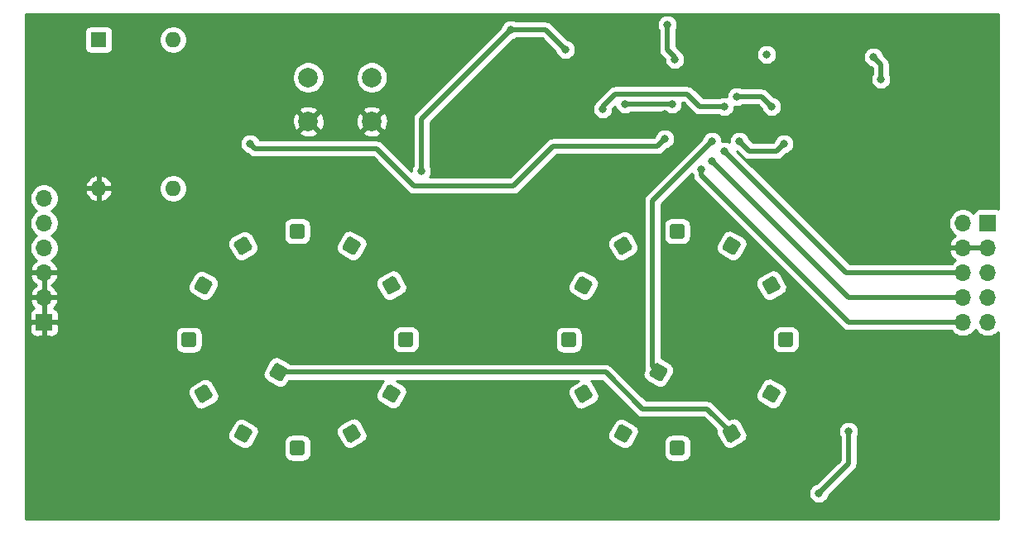
<source format=gbr>
%TF.GenerationSoftware,KiCad,Pcbnew,(5.1.10-1-10_14)*%
%TF.CreationDate,2021-09-17T00:17:13-04:00*%
%TF.ProjectId,clock,636c6f63-6b2e-46b6-9963-61645f706362,rev?*%
%TF.SameCoordinates,Original*%
%TF.FileFunction,Copper,L2,Bot*%
%TF.FilePolarity,Positive*%
%FSLAX46Y46*%
G04 Gerber Fmt 4.6, Leading zero omitted, Abs format (unit mm)*
G04 Created by KiCad (PCBNEW (5.1.10-1-10_14)) date 2021-09-17 00:17:13*
%MOMM*%
%LPD*%
G01*
G04 APERTURE LIST*
%TA.AperFunction,ComponentPad*%
%ADD10R,1.600000X1.600000*%
%TD*%
%TA.AperFunction,ComponentPad*%
%ADD11O,1.600000X1.600000*%
%TD*%
%TA.AperFunction,ComponentPad*%
%ADD12C,2.000000*%
%TD*%
%TA.AperFunction,ComponentPad*%
%ADD13O,1.700000X1.700000*%
%TD*%
%TA.AperFunction,ComponentPad*%
%ADD14R,1.700000X1.700000*%
%TD*%
%TA.AperFunction,ViaPad*%
%ADD15C,0.800000*%
%TD*%
%TA.AperFunction,Conductor*%
%ADD16C,0.500000*%
%TD*%
%TA.AperFunction,Conductor*%
%ADD17C,0.254000*%
%TD*%
%TA.AperFunction,Conductor*%
%ADD18C,0.100000*%
%TD*%
G04 APERTURE END LIST*
D10*
%TO.P,U1,1*%
%TO.N,Net-(U1-Pad1)*%
X132080000Y-91186000D03*
D11*
%TO.P,U1,3*%
%TO.N,/Quartz Crystal/FULL*%
X139700000Y-106426000D03*
%TO.P,U1,2*%
%TO.N,GND*%
X132080000Y-106426000D03*
%TO.P,U1,4*%
%TO.N,VCC*%
X139700000Y-91186000D03*
%TD*%
D12*
%TO.P,SW3,1*%
%TO.N,GND*%
X153520000Y-99568000D03*
%TO.P,SW3,2*%
%TO.N,Net-(SW3-Pad2)*%
X153520000Y-95068000D03*
%TO.P,SW3,1*%
%TO.N,GND*%
X160020000Y-99568000D03*
%TO.P,SW3,2*%
%TO.N,Net-(SW3-Pad2)*%
X160020000Y-95068000D03*
%TD*%
%TO.P,SW2,13*%
%TO.N,/Quartz Crystal/QUARTZ_OUT*%
%TA.AperFunction,ComponentPad*%
G36*
G01*
X188395910Y-125360213D02*
X188958266Y-124386183D01*
G75*
G02*
X189230985Y-124313108I172897J-99822D01*
G01*
X190205015Y-124875464D01*
G75*
G02*
X190278090Y-125148183I-99822J-172897D01*
G01*
X189715734Y-126122213D01*
G75*
G02*
X189443015Y-126195288I-172897J99822D01*
G01*
X188468985Y-125632932D01*
G75*
G02*
X188395910Y-125360213I99822J172897D01*
G01*
G37*
%TD.AperFunction*%
%TO.P,SW2,2*%
%TO.N,/Quartz Crystal/n+8192*%
%TA.AperFunction,ComponentPad*%
G36*
G01*
X184779570Y-131643897D02*
X185341926Y-130669867D01*
G75*
G02*
X185614645Y-130596792I172897J-99822D01*
G01*
X186588675Y-131159148D01*
G75*
G02*
X186661750Y-131431867I-99822J-172897D01*
G01*
X186099394Y-132405897D01*
G75*
G02*
X185826675Y-132478972I-172897J99822D01*
G01*
X184852645Y-131916616D01*
G75*
G02*
X184779570Y-131643897I99822J172897D01*
G01*
G37*
%TD.AperFunction*%
%TO.P,SW2,3*%
%TO.N,/Quartz Crystal/n+4096*%
%TA.AperFunction,ComponentPad*%
G36*
G01*
X180786103Y-127099926D02*
X181760133Y-126537570D01*
G75*
G02*
X182032852Y-126610645I99822J-172897D01*
G01*
X182595208Y-127584675D01*
G75*
G02*
X182522133Y-127857394I-172897J-99822D01*
G01*
X181548103Y-128419750D01*
G75*
G02*
X181275384Y-128346675I-99822J172897D01*
G01*
X180713028Y-127372645D01*
G75*
G02*
X180786103Y-127099926I172897J99822D01*
G01*
G37*
%TD.AperFunction*%
%TO.P,SW2,4*%
%TO.N,/Quartz Crystal/n+2048*%
%TA.AperFunction,ComponentPad*%
G36*
G01*
X179599644Y-121168000D02*
X180724356Y-121168000D01*
G75*
G02*
X180924000Y-121367644I0J-199644D01*
G01*
X180924000Y-122492356D01*
G75*
G02*
X180724356Y-122692000I-199644J0D01*
G01*
X179599644Y-122692000D01*
G75*
G02*
X179400000Y-122492356I0J199644D01*
G01*
X179400000Y-121367644D01*
G75*
G02*
X179599644Y-121168000I199644J0D01*
G01*
G37*
%TD.AperFunction*%
%TO.P,SW2,5*%
%TO.N,/Quartz Crystal/n+512*%
%TA.AperFunction,ComponentPad*%
G36*
G01*
X181538103Y-115437570D02*
X182512133Y-115999926D01*
G75*
G02*
X182585208Y-116272645I-99822J-172897D01*
G01*
X182022852Y-117246675D01*
G75*
G02*
X181750133Y-117319750I-172897J99822D01*
G01*
X180776103Y-116757394D01*
G75*
G02*
X180703028Y-116484675I99822J172897D01*
G01*
X181265384Y-115510645D01*
G75*
G02*
X181538103Y-115437570I172897J-99822D01*
G01*
G37*
%TD.AperFunction*%
%TO.P,SW2,6*%
%TO.N,/Quartz Crystal/n+256*%
%TA.AperFunction,ComponentPad*%
G36*
G01*
X186082074Y-111444103D02*
X186644430Y-112418133D01*
G75*
G02*
X186571355Y-112690852I-172897J-99822D01*
G01*
X185597325Y-113253208D01*
G75*
G02*
X185324606Y-113180133I-99822J172897D01*
G01*
X184762250Y-112206103D01*
G75*
G02*
X184835325Y-111933384I172897J99822D01*
G01*
X185809355Y-111371028D01*
G75*
G02*
X186082074Y-111444103I99822J-172897D01*
G01*
G37*
%TD.AperFunction*%
%TO.P,SW2,7*%
%TO.N,/Quartz Crystal/n+128*%
%TA.AperFunction,ComponentPad*%
G36*
G01*
X192014000Y-110257644D02*
X192014000Y-111382356D01*
G75*
G02*
X191814356Y-111582000I-199644J0D01*
G01*
X190689644Y-111582000D01*
G75*
G02*
X190490000Y-111382356I0J199644D01*
G01*
X190490000Y-110257644D01*
G75*
G02*
X190689644Y-110058000I199644J0D01*
G01*
X191814356Y-110058000D01*
G75*
G02*
X192014000Y-110257644I0J-199644D01*
G01*
G37*
%TD.AperFunction*%
%TO.P,SW2,8*%
%TO.N,/Quartz Crystal/n+64*%
%TA.AperFunction,ComponentPad*%
G36*
G01*
X197744430Y-112196103D02*
X197182074Y-113170133D01*
G75*
G02*
X196909355Y-113243208I-172897J99822D01*
G01*
X195935325Y-112680852D01*
G75*
G02*
X195862250Y-112408133I99822J172897D01*
G01*
X196424606Y-111434103D01*
G75*
G02*
X196697325Y-111361028I172897J-99822D01*
G01*
X197671355Y-111923384D01*
G75*
G02*
X197744430Y-112196103I-99822J-172897D01*
G01*
G37*
%TD.AperFunction*%
%TO.P,SW2,9*%
%TO.N,/Quartz Crystal/n+32*%
%TA.AperFunction,ComponentPad*%
G36*
G01*
X201737897Y-116740074D02*
X200763867Y-117302430D01*
G75*
G02*
X200491148Y-117229355I-99822J172897D01*
G01*
X199928792Y-116255325D01*
G75*
G02*
X200001867Y-115982606I172897J99822D01*
G01*
X200975897Y-115420250D01*
G75*
G02*
X201248616Y-115493325I99822J-172897D01*
G01*
X201810972Y-116467355D01*
G75*
G02*
X201737897Y-116740074I-172897J-99822D01*
G01*
G37*
%TD.AperFunction*%
%TO.P,SW2,10*%
%TO.N,/Quartz Crystal/n+16*%
%TA.AperFunction,ComponentPad*%
G36*
G01*
X202924356Y-122672000D02*
X201799644Y-122672000D01*
G75*
G02*
X201600000Y-122472356I0J199644D01*
G01*
X201600000Y-121347644D01*
G75*
G02*
X201799644Y-121148000I199644J0D01*
G01*
X202924356Y-121148000D01*
G75*
G02*
X203124000Y-121347644I0J-199644D01*
G01*
X203124000Y-122472356D01*
G75*
G02*
X202924356Y-122672000I-199644J0D01*
G01*
G37*
%TD.AperFunction*%
%TO.P,SW2,11*%
%TO.N,/Quartz Crystal/n+8*%
%TA.AperFunction,ComponentPad*%
G36*
G01*
X200985897Y-128402430D02*
X200011867Y-127840074D01*
G75*
G02*
X199938792Y-127567355I99822J172897D01*
G01*
X200501148Y-126593325D01*
G75*
G02*
X200773867Y-126520250I172897J-99822D01*
G01*
X201747897Y-127082606D01*
G75*
G02*
X201820972Y-127355325I-99822J-172897D01*
G01*
X201258616Y-128329355D01*
G75*
G02*
X200985897Y-128402430I-172897J99822D01*
G01*
G37*
%TD.AperFunction*%
%TO.P,SW2,12*%
%TO.N,/Quartz Crystal/n+FULL*%
%TA.AperFunction,ComponentPad*%
G36*
G01*
X196441926Y-132395897D02*
X195879570Y-131421867D01*
G75*
G02*
X195952645Y-131149148I172897J99822D01*
G01*
X196926675Y-130586792D01*
G75*
G02*
X197199394Y-130659867I99822J-172897D01*
G01*
X197761750Y-131633897D01*
G75*
G02*
X197688675Y-131906616I-172897J-99822D01*
G01*
X196714645Y-132468972D01*
G75*
G02*
X196441926Y-132395897I-99822J172897D01*
G01*
G37*
%TD.AperFunction*%
%TO.P,SW2,1*%
%TO.N,Net-(SW2-Pad1)*%
%TA.AperFunction,ComponentPad*%
G36*
G01*
X190510000Y-133582356D02*
X190510000Y-132457644D01*
G75*
G02*
X190709644Y-132258000I199644J0D01*
G01*
X191834356Y-132258000D01*
G75*
G02*
X192034000Y-132457644I0J-199644D01*
G01*
X192034000Y-133582356D01*
G75*
G02*
X191834356Y-133782000I-199644J0D01*
G01*
X190709644Y-133782000D01*
G75*
G02*
X190510000Y-133582356I0J199644D01*
G01*
G37*
%TD.AperFunction*%
%TD*%
%TO.P,SW1,13*%
%TO.N,/Quartz Crystal/n+FULL*%
%TA.AperFunction,ComponentPad*%
G36*
G01*
X149533910Y-125360213D02*
X150096266Y-124386183D01*
G75*
G02*
X150368985Y-124313108I172897J-99822D01*
G01*
X151343015Y-124875464D01*
G75*
G02*
X151416090Y-125148183I-99822J-172897D01*
G01*
X150853734Y-126122213D01*
G75*
G02*
X150581015Y-126195288I-172897J99822D01*
G01*
X149606985Y-125632932D01*
G75*
G02*
X149533910Y-125360213I99822J172897D01*
G01*
G37*
%TD.AperFunction*%
%TO.P,SW1,2*%
%TO.N,/Quartz Crystal/8192*%
%TA.AperFunction,ComponentPad*%
G36*
G01*
X145917570Y-131643897D02*
X146479926Y-130669867D01*
G75*
G02*
X146752645Y-130596792I172897J-99822D01*
G01*
X147726675Y-131159148D01*
G75*
G02*
X147799750Y-131431867I-99822J-172897D01*
G01*
X147237394Y-132405897D01*
G75*
G02*
X146964675Y-132478972I-172897J99822D01*
G01*
X145990645Y-131916616D01*
G75*
G02*
X145917570Y-131643897I99822J172897D01*
G01*
G37*
%TD.AperFunction*%
%TO.P,SW1,3*%
%TO.N,/Quartz Crystal/4096*%
%TA.AperFunction,ComponentPad*%
G36*
G01*
X141924103Y-127099926D02*
X142898133Y-126537570D01*
G75*
G02*
X143170852Y-126610645I99822J-172897D01*
G01*
X143733208Y-127584675D01*
G75*
G02*
X143660133Y-127857394I-172897J-99822D01*
G01*
X142686103Y-128419750D01*
G75*
G02*
X142413384Y-128346675I-99822J172897D01*
G01*
X141851028Y-127372645D01*
G75*
G02*
X141924103Y-127099926I172897J99822D01*
G01*
G37*
%TD.AperFunction*%
%TO.P,SW1,4*%
%TO.N,/Quartz Crystal/2048*%
%TA.AperFunction,ComponentPad*%
G36*
G01*
X140737644Y-121168000D02*
X141862356Y-121168000D01*
G75*
G02*
X142062000Y-121367644I0J-199644D01*
G01*
X142062000Y-122492356D01*
G75*
G02*
X141862356Y-122692000I-199644J0D01*
G01*
X140737644Y-122692000D01*
G75*
G02*
X140538000Y-122492356I0J199644D01*
G01*
X140538000Y-121367644D01*
G75*
G02*
X140737644Y-121168000I199644J0D01*
G01*
G37*
%TD.AperFunction*%
%TO.P,SW1,5*%
%TO.N,/Quartz Crystal/512*%
%TA.AperFunction,ComponentPad*%
G36*
G01*
X142676103Y-115437570D02*
X143650133Y-115999926D01*
G75*
G02*
X143723208Y-116272645I-99822J-172897D01*
G01*
X143160852Y-117246675D01*
G75*
G02*
X142888133Y-117319750I-172897J99822D01*
G01*
X141914103Y-116757394D01*
G75*
G02*
X141841028Y-116484675I99822J172897D01*
G01*
X142403384Y-115510645D01*
G75*
G02*
X142676103Y-115437570I172897J-99822D01*
G01*
G37*
%TD.AperFunction*%
%TO.P,SW1,6*%
%TO.N,/Quartz Crystal/256*%
%TA.AperFunction,ComponentPad*%
G36*
G01*
X147220074Y-111444103D02*
X147782430Y-112418133D01*
G75*
G02*
X147709355Y-112690852I-172897J-99822D01*
G01*
X146735325Y-113253208D01*
G75*
G02*
X146462606Y-113180133I-99822J172897D01*
G01*
X145900250Y-112206103D01*
G75*
G02*
X145973325Y-111933384I172897J99822D01*
G01*
X146947355Y-111371028D01*
G75*
G02*
X147220074Y-111444103I99822J-172897D01*
G01*
G37*
%TD.AperFunction*%
%TO.P,SW1,7*%
%TO.N,/Quartz Crystal/128*%
%TA.AperFunction,ComponentPad*%
G36*
G01*
X153152000Y-110257644D02*
X153152000Y-111382356D01*
G75*
G02*
X152952356Y-111582000I-199644J0D01*
G01*
X151827644Y-111582000D01*
G75*
G02*
X151628000Y-111382356I0J199644D01*
G01*
X151628000Y-110257644D01*
G75*
G02*
X151827644Y-110058000I199644J0D01*
G01*
X152952356Y-110058000D01*
G75*
G02*
X153152000Y-110257644I0J-199644D01*
G01*
G37*
%TD.AperFunction*%
%TO.P,SW1,8*%
%TO.N,/Quartz Crystal/64*%
%TA.AperFunction,ComponentPad*%
G36*
G01*
X158882430Y-112196103D02*
X158320074Y-113170133D01*
G75*
G02*
X158047355Y-113243208I-172897J99822D01*
G01*
X157073325Y-112680852D01*
G75*
G02*
X157000250Y-112408133I99822J172897D01*
G01*
X157562606Y-111434103D01*
G75*
G02*
X157835325Y-111361028I172897J-99822D01*
G01*
X158809355Y-111923384D01*
G75*
G02*
X158882430Y-112196103I-99822J-172897D01*
G01*
G37*
%TD.AperFunction*%
%TO.P,SW1,9*%
%TO.N,/Quartz Crystal/32*%
%TA.AperFunction,ComponentPad*%
G36*
G01*
X162875897Y-116740074D02*
X161901867Y-117302430D01*
G75*
G02*
X161629148Y-117229355I-99822J172897D01*
G01*
X161066792Y-116255325D01*
G75*
G02*
X161139867Y-115982606I172897J99822D01*
G01*
X162113897Y-115420250D01*
G75*
G02*
X162386616Y-115493325I99822J-172897D01*
G01*
X162948972Y-116467355D01*
G75*
G02*
X162875897Y-116740074I-172897J-99822D01*
G01*
G37*
%TD.AperFunction*%
%TO.P,SW1,10*%
%TO.N,/Quartz Crystal/16*%
%TA.AperFunction,ComponentPad*%
G36*
G01*
X164062356Y-122672000D02*
X162937644Y-122672000D01*
G75*
G02*
X162738000Y-122472356I0J199644D01*
G01*
X162738000Y-121347644D01*
G75*
G02*
X162937644Y-121148000I199644J0D01*
G01*
X164062356Y-121148000D01*
G75*
G02*
X164262000Y-121347644I0J-199644D01*
G01*
X164262000Y-122472356D01*
G75*
G02*
X164062356Y-122672000I-199644J0D01*
G01*
G37*
%TD.AperFunction*%
%TO.P,SW1,11*%
%TO.N,/Quartz Crystal/8*%
%TA.AperFunction,ComponentPad*%
G36*
G01*
X162123897Y-128402430D02*
X161149867Y-127840074D01*
G75*
G02*
X161076792Y-127567355I99822J172897D01*
G01*
X161639148Y-126593325D01*
G75*
G02*
X161911867Y-126520250I172897J-99822D01*
G01*
X162885897Y-127082606D01*
G75*
G02*
X162958972Y-127355325I-99822J-172897D01*
G01*
X162396616Y-128329355D01*
G75*
G02*
X162123897Y-128402430I-172897J99822D01*
G01*
G37*
%TD.AperFunction*%
%TO.P,SW1,12*%
%TO.N,/Quartz Crystal/FULL*%
%TA.AperFunction,ComponentPad*%
G36*
G01*
X157579926Y-132395897D02*
X157017570Y-131421867D01*
G75*
G02*
X157090645Y-131149148I172897J99822D01*
G01*
X158064675Y-130586792D01*
G75*
G02*
X158337394Y-130659867I99822J-172897D01*
G01*
X158899750Y-131633897D01*
G75*
G02*
X158826675Y-131906616I-172897J-99822D01*
G01*
X157852645Y-132468972D01*
G75*
G02*
X157579926Y-132395897I-99822J172897D01*
G01*
G37*
%TD.AperFunction*%
%TO.P,SW1,1*%
%TO.N,Net-(SW1-Pad1)*%
%TA.AperFunction,ComponentPad*%
G36*
G01*
X151648000Y-133582356D02*
X151648000Y-132457644D01*
G75*
G02*
X151847644Y-132258000I199644J0D01*
G01*
X152972356Y-132258000D01*
G75*
G02*
X153172000Y-132457644I0J-199644D01*
G01*
X153172000Y-133582356D01*
G75*
G02*
X152972356Y-133782000I-199644J0D01*
G01*
X151847644Y-133782000D01*
G75*
G02*
X151648000Y-133582356I0J199644D01*
G01*
G37*
%TD.AperFunction*%
%TD*%
D13*
%TO.P,J2,6*%
%TO.N,VCC*%
X126492000Y-107442000D03*
%TO.P,J2,5*%
X126492000Y-109982000D03*
%TO.P,J2,4*%
X126492000Y-112522000D03*
%TO.P,J2,3*%
%TO.N,GND*%
X126492000Y-115062000D03*
%TO.P,J2,2*%
X126492000Y-117602000D03*
D14*
%TO.P,J2,1*%
X126492000Y-120142000D03*
%TD*%
D13*
%TO.P,J1,10*%
%TO.N,CLOCK*%
X220472000Y-120142000D03*
%TO.P,J1,9*%
X223012000Y-120142000D03*
%TO.P,J1,8*%
%TO.N,~CLOCK*%
X220472000Y-117602000D03*
%TO.P,J1,7*%
X223012000Y-117602000D03*
%TO.P,J1,6*%
%TO.N,HALT*%
X220472000Y-115062000D03*
%TO.P,J1,5*%
X223012000Y-115062000D03*
%TO.P,J1,4*%
%TO.N,GND*%
X220472000Y-112522000D03*
%TO.P,J1,3*%
X223012000Y-112522000D03*
%TO.P,J1,2*%
%TO.N,VCC*%
X220472000Y-109982000D03*
D14*
%TO.P,J1,1*%
X223012000Y-109982000D03*
%TD*%
D15*
%TO.N,GND*%
X175260000Y-111760000D03*
X149606014Y-97282000D03*
X189039000Y-90869000D03*
X203200000Y-103378000D03*
X197866000Y-98298000D03*
X189992000Y-98806000D03*
X195135000Y-90869000D03*
X209296000Y-91440000D03*
X219964000Y-92964000D03*
X220980000Y-126492000D03*
%TO.N,VCC*%
X165100000Y-104648000D03*
X174244000Y-90170000D03*
X179832000Y-92202000D03*
X200406000Y-92710000D03*
X191008000Y-93217994D03*
X212090000Y-95250000D03*
X211328000Y-92964000D03*
X190246000Y-89662000D03*
X208788000Y-131318000D03*
X208788000Y-131318000D03*
X205740000Y-137668000D03*
%TO.N,CLOCK*%
X193713998Y-104482002D03*
%TO.N,~CLOCK*%
X194818000Y-103632000D03*
%TO.N,HALT*%
X196088000Y-102616000D03*
%TO.N,Net-(U17-Pad6)*%
X197612000Y-101600000D03*
X202184000Y-101854000D03*
%TO.N,Net-(U17-Pad3)*%
X200914000Y-98044000D03*
X197358000Y-97028000D03*
%TO.N,Net-(U17-Pad2)*%
X190754000Y-97790000D03*
X185928000Y-97790000D03*
%TO.N,/Quartz Crystal/QUARTZ_OUT*%
X194818000Y-101600000D03*
%TO.N,/Mode/DEBOUNCE_SWITCH*%
X196088000Y-98044000D03*
X183642000Y-98298000D03*
%TO.N,/Manual Pulse/MANUAL_PULSE*%
X147574000Y-101854000D03*
X189992000Y-101346000D03*
%TD*%
D16*
%TO.N,VCC*%
X165100000Y-104648000D02*
X165100000Y-99314000D01*
X165100000Y-99314000D02*
X174244000Y-90170000D01*
X177800000Y-90170000D02*
X174244000Y-90170000D01*
X179832000Y-92202000D02*
X177800000Y-90170000D01*
X212090000Y-95250000D02*
X212090000Y-93726000D01*
X212090000Y-93726000D02*
X211328000Y-92964000D01*
X190246000Y-92202000D02*
X190246000Y-89662000D01*
X191008000Y-92964000D02*
X190246000Y-92202000D01*
X191008000Y-93217994D02*
X191008000Y-92964000D01*
X208788000Y-131318000D02*
X208788000Y-134620000D01*
X208788000Y-134620000D02*
X205740000Y-137668000D01*
%TO.N,CLOCK*%
X193713998Y-104482002D02*
X193713998Y-105067998D01*
X208788000Y-120142000D02*
X220472000Y-120142000D01*
X193713998Y-105067998D02*
X208788000Y-120142000D01*
%TO.N,~CLOCK*%
X208788000Y-117602000D02*
X220472000Y-117602000D01*
X194818000Y-103632000D02*
X208788000Y-117602000D01*
%TO.N,HALT*%
X196088000Y-102616000D02*
X208534000Y-115062000D01*
X208534000Y-115062000D02*
X220472000Y-115062000D01*
%TO.N,Net-(U17-Pad6)*%
X197612000Y-101600000D02*
X198628000Y-102616000D01*
X201422000Y-102616000D02*
X202184000Y-101854000D01*
X198628000Y-102616000D02*
X201422000Y-102616000D01*
%TO.N,Net-(U17-Pad3)*%
X199898000Y-97028000D02*
X197358000Y-97028000D01*
X200914000Y-98044000D02*
X199898000Y-97028000D01*
%TO.N,Net-(U17-Pad2)*%
X190754000Y-97790000D02*
X187198000Y-97790000D01*
X187198000Y-97790000D02*
X185928000Y-97790000D01*
%TO.N,/Quartz Crystal/n+FULL*%
X196820660Y-131527882D02*
X194324778Y-129032000D01*
X194324778Y-129032000D02*
X187706000Y-129032000D01*
X183928198Y-125254198D02*
X150475000Y-125254198D01*
X187706000Y-129032000D02*
X183928198Y-125254198D01*
%TO.N,/Quartz Crystal/QUARTZ_OUT*%
X194818000Y-101600000D02*
X188722000Y-107696000D01*
X188722000Y-124639198D02*
X189337000Y-125254198D01*
X188722000Y-107696000D02*
X188722000Y-124639198D01*
%TO.N,/Mode/DEBOUNCE_SWITCH*%
X183642000Y-98044000D02*
X183642000Y-98298000D01*
X192278000Y-96774000D02*
X184912000Y-96774000D01*
X184912000Y-96774000D02*
X183642000Y-98044000D01*
X193548000Y-98044000D02*
X192278000Y-96774000D01*
X196088000Y-98044000D02*
X193548000Y-98044000D01*
%TO.N,/Manual Pulse/MANUAL_PULSE*%
X147574000Y-101854000D02*
X148082000Y-102362000D01*
X148082000Y-102362000D02*
X160528000Y-102362000D01*
X160528000Y-102362000D02*
X164338000Y-106172000D01*
X164338000Y-106172000D02*
X174498000Y-106172000D01*
X174498000Y-106172000D02*
X178562000Y-102108000D01*
X189230000Y-102108000D02*
X189992000Y-101346000D01*
X178562000Y-102108000D02*
X189230000Y-102108000D01*
%TD*%
D17*
%TO.N,GND*%
X224130001Y-108555231D02*
X224106180Y-108542498D01*
X223986482Y-108506188D01*
X223862000Y-108493928D01*
X222162000Y-108493928D01*
X222037518Y-108506188D01*
X221917820Y-108542498D01*
X221807506Y-108601463D01*
X221710815Y-108680815D01*
X221631463Y-108777506D01*
X221572498Y-108887820D01*
X221550487Y-108960380D01*
X221418632Y-108828525D01*
X221175411Y-108666010D01*
X220905158Y-108554068D01*
X220618260Y-108497000D01*
X220325740Y-108497000D01*
X220038842Y-108554068D01*
X219768589Y-108666010D01*
X219525368Y-108828525D01*
X219318525Y-109035368D01*
X219156010Y-109278589D01*
X219044068Y-109548842D01*
X218987000Y-109835740D01*
X218987000Y-110128260D01*
X219044068Y-110415158D01*
X219156010Y-110685411D01*
X219318525Y-110928632D01*
X219525368Y-111135475D01*
X219707534Y-111257195D01*
X219590645Y-111326822D01*
X219374412Y-111521731D01*
X219200359Y-111755080D01*
X219075175Y-112017901D01*
X219030524Y-112165110D01*
X219151845Y-112395000D01*
X220345000Y-112395000D01*
X220345000Y-112375000D01*
X220599000Y-112375000D01*
X220599000Y-112395000D01*
X222885000Y-112395000D01*
X222885000Y-112375000D01*
X223139000Y-112375000D01*
X223139000Y-112395000D01*
X223159000Y-112395000D01*
X223159000Y-112649000D01*
X223139000Y-112649000D01*
X223139000Y-112669000D01*
X222885000Y-112669000D01*
X222885000Y-112649000D01*
X220599000Y-112649000D01*
X220599000Y-112669000D01*
X220345000Y-112669000D01*
X220345000Y-112649000D01*
X219151845Y-112649000D01*
X219030524Y-112878890D01*
X219075175Y-113026099D01*
X219200359Y-113288920D01*
X219374412Y-113522269D01*
X219590645Y-113717178D01*
X219707534Y-113786805D01*
X219525368Y-113908525D01*
X219318525Y-114115368D01*
X219277344Y-114177000D01*
X208900579Y-114177000D01*
X197320965Y-102597387D01*
X197366957Y-102606535D01*
X197971470Y-103211049D01*
X197999183Y-103244817D01*
X198032951Y-103272530D01*
X198032953Y-103272532D01*
X198103102Y-103330102D01*
X198133941Y-103355411D01*
X198287687Y-103437589D01*
X198403903Y-103472843D01*
X198454509Y-103488195D01*
X198469306Y-103489652D01*
X198584523Y-103501000D01*
X198584531Y-103501000D01*
X198628000Y-103505281D01*
X198671469Y-103501000D01*
X201378531Y-103501000D01*
X201422000Y-103505281D01*
X201465469Y-103501000D01*
X201465477Y-103501000D01*
X201595490Y-103488195D01*
X201762313Y-103437589D01*
X201916059Y-103355411D01*
X202050817Y-103244817D01*
X202078534Y-103211044D01*
X202429044Y-102860535D01*
X202485898Y-102849226D01*
X202674256Y-102771205D01*
X202843774Y-102657937D01*
X202987937Y-102513774D01*
X203101205Y-102344256D01*
X203179226Y-102155898D01*
X203219000Y-101955939D01*
X203219000Y-101752061D01*
X203179226Y-101552102D01*
X203101205Y-101363744D01*
X202987937Y-101194226D01*
X202843774Y-101050063D01*
X202674256Y-100936795D01*
X202485898Y-100858774D01*
X202285939Y-100819000D01*
X202082061Y-100819000D01*
X201882102Y-100858774D01*
X201693744Y-100936795D01*
X201524226Y-101050063D01*
X201380063Y-101194226D01*
X201266795Y-101363744D01*
X201188774Y-101552102D01*
X201177465Y-101608956D01*
X201055422Y-101731000D01*
X198994579Y-101731000D01*
X198618535Y-101354957D01*
X198607226Y-101298102D01*
X198529205Y-101109744D01*
X198415937Y-100940226D01*
X198271774Y-100796063D01*
X198102256Y-100682795D01*
X197913898Y-100604774D01*
X197713939Y-100565000D01*
X197510061Y-100565000D01*
X197310102Y-100604774D01*
X197121744Y-100682795D01*
X196952226Y-100796063D01*
X196808063Y-100940226D01*
X196694795Y-101109744D01*
X196616774Y-101298102D01*
X196577000Y-101498061D01*
X196577000Y-101698275D01*
X196389898Y-101620774D01*
X196189939Y-101581000D01*
X195986061Y-101581000D01*
X195853000Y-101607467D01*
X195853000Y-101498061D01*
X195813226Y-101298102D01*
X195735205Y-101109744D01*
X195621937Y-100940226D01*
X195477774Y-100796063D01*
X195308256Y-100682795D01*
X195119898Y-100604774D01*
X194919939Y-100565000D01*
X194716061Y-100565000D01*
X194516102Y-100604774D01*
X194327744Y-100682795D01*
X194158226Y-100796063D01*
X194014063Y-100940226D01*
X193900795Y-101109744D01*
X193822774Y-101298102D01*
X193811465Y-101354956D01*
X188126956Y-107039466D01*
X188093183Y-107067183D01*
X187982589Y-107201942D01*
X187900411Y-107355688D01*
X187849805Y-107522511D01*
X187837000Y-107652524D01*
X187837000Y-107652531D01*
X187832719Y-107696000D01*
X187837000Y-107739469D01*
X187837001Y-124595719D01*
X187832719Y-124639198D01*
X187849805Y-124812688D01*
X187893011Y-124955116D01*
X187843324Y-125041177D01*
X187775548Y-125190760D01*
X187738258Y-125350691D01*
X187732885Y-125514825D01*
X187759636Y-125676852D01*
X187817482Y-125830548D01*
X187904202Y-125970004D01*
X188016463Y-126089863D01*
X188149949Y-126185518D01*
X189123979Y-126747874D01*
X189273562Y-126815650D01*
X189433493Y-126852940D01*
X189597627Y-126858313D01*
X189759654Y-126831562D01*
X189913350Y-126773716D01*
X190052806Y-126686996D01*
X190172665Y-126574735D01*
X190268320Y-126441249D01*
X190830676Y-125467219D01*
X190898452Y-125317636D01*
X190935742Y-125157705D01*
X190941115Y-124993571D01*
X190914364Y-124831544D01*
X190856518Y-124677848D01*
X190769798Y-124538392D01*
X190657537Y-124418533D01*
X190524051Y-124322878D01*
X189607000Y-123793419D01*
X189607000Y-121347644D01*
X200961928Y-121347644D01*
X200961928Y-122472356D01*
X200978024Y-122635786D01*
X201025695Y-122792936D01*
X201103109Y-122937766D01*
X201207289Y-123064711D01*
X201334234Y-123168891D01*
X201479064Y-123246305D01*
X201636214Y-123293976D01*
X201799644Y-123310072D01*
X202924356Y-123310072D01*
X203087786Y-123293976D01*
X203244936Y-123246305D01*
X203389766Y-123168891D01*
X203516711Y-123064711D01*
X203620891Y-122937766D01*
X203698305Y-122792936D01*
X203745976Y-122635786D01*
X203762072Y-122472356D01*
X203762072Y-121347644D01*
X203745976Y-121184214D01*
X203698305Y-121027064D01*
X203620891Y-120882234D01*
X203516711Y-120755289D01*
X203389766Y-120651109D01*
X203244936Y-120573695D01*
X203087786Y-120526024D01*
X202924356Y-120509928D01*
X201799644Y-120509928D01*
X201636214Y-120526024D01*
X201479064Y-120573695D01*
X201334234Y-120651109D01*
X201207289Y-120755289D01*
X201103109Y-120882234D01*
X201025695Y-121027064D01*
X200978024Y-121184214D01*
X200961928Y-121347644D01*
X189607000Y-121347644D01*
X189607000Y-116100713D01*
X199265767Y-116100713D01*
X199271140Y-116264847D01*
X199308430Y-116424778D01*
X199376206Y-116574361D01*
X199938562Y-117548391D01*
X200034217Y-117681877D01*
X200154076Y-117794138D01*
X200293532Y-117880858D01*
X200447228Y-117938704D01*
X200609255Y-117965455D01*
X200773389Y-117960082D01*
X200933320Y-117922792D01*
X201082903Y-117855016D01*
X202056933Y-117292660D01*
X202190419Y-117197005D01*
X202302680Y-117077146D01*
X202389400Y-116937690D01*
X202447246Y-116783994D01*
X202473997Y-116621967D01*
X202468624Y-116457833D01*
X202431334Y-116297902D01*
X202363558Y-116148319D01*
X201801202Y-115174289D01*
X201705547Y-115040803D01*
X201585688Y-114928542D01*
X201446232Y-114841822D01*
X201292536Y-114783976D01*
X201130509Y-114757225D01*
X200966375Y-114762598D01*
X200806444Y-114799888D01*
X200656861Y-114867664D01*
X199682831Y-115430020D01*
X199549345Y-115525675D01*
X199437084Y-115645534D01*
X199350364Y-115784990D01*
X199292518Y-115938686D01*
X199265767Y-116100713D01*
X189607000Y-116100713D01*
X189607000Y-112562745D01*
X195199225Y-112562745D01*
X195225976Y-112724772D01*
X195283822Y-112878468D01*
X195370542Y-113017924D01*
X195482803Y-113137783D01*
X195616289Y-113233438D01*
X196590319Y-113795794D01*
X196739902Y-113863570D01*
X196899833Y-113900860D01*
X197063967Y-113906233D01*
X197225994Y-113879482D01*
X197379690Y-113821636D01*
X197519146Y-113734916D01*
X197639005Y-113622655D01*
X197734660Y-113489169D01*
X198297016Y-112515139D01*
X198364792Y-112365556D01*
X198402082Y-112205625D01*
X198407455Y-112041491D01*
X198380704Y-111879464D01*
X198322858Y-111725768D01*
X198236138Y-111586312D01*
X198123877Y-111466453D01*
X197990391Y-111370798D01*
X197016361Y-110808442D01*
X196866778Y-110740666D01*
X196706847Y-110703376D01*
X196542713Y-110698003D01*
X196380686Y-110724754D01*
X196226990Y-110782600D01*
X196087534Y-110869320D01*
X195967675Y-110981581D01*
X195872020Y-111115067D01*
X195309664Y-112089097D01*
X195241888Y-112238680D01*
X195204598Y-112398611D01*
X195199225Y-112562745D01*
X189607000Y-112562745D01*
X189607000Y-110257644D01*
X189851928Y-110257644D01*
X189851928Y-111382356D01*
X189868024Y-111545786D01*
X189915695Y-111702936D01*
X189993109Y-111847766D01*
X190097289Y-111974711D01*
X190224234Y-112078891D01*
X190369064Y-112156305D01*
X190526214Y-112203976D01*
X190689644Y-112220072D01*
X191814356Y-112220072D01*
X191977786Y-112203976D01*
X192134936Y-112156305D01*
X192279766Y-112078891D01*
X192406711Y-111974711D01*
X192510891Y-111847766D01*
X192588305Y-111702936D01*
X192635976Y-111545786D01*
X192652072Y-111382356D01*
X192652072Y-110257644D01*
X192635976Y-110094214D01*
X192588305Y-109937064D01*
X192510891Y-109792234D01*
X192406711Y-109665289D01*
X192279766Y-109561109D01*
X192134936Y-109483695D01*
X191977786Y-109436024D01*
X191814356Y-109419928D01*
X190689644Y-109419928D01*
X190526214Y-109436024D01*
X190369064Y-109483695D01*
X190224234Y-109561109D01*
X190097289Y-109665289D01*
X189993109Y-109792234D01*
X189915695Y-109937064D01*
X189868024Y-110094214D01*
X189851928Y-110257644D01*
X189607000Y-110257644D01*
X189607000Y-108062578D01*
X192767658Y-104901921D01*
X192796793Y-104972258D01*
X192828998Y-105020456D01*
X192828998Y-105024529D01*
X192824717Y-105067998D01*
X192828998Y-105111467D01*
X192828998Y-105111475D01*
X192841803Y-105241488D01*
X192892409Y-105408311D01*
X192964500Y-105543183D01*
X192974588Y-105562057D01*
X193057466Y-105663044D01*
X193057469Y-105663047D01*
X193085182Y-105696815D01*
X193118950Y-105724528D01*
X208131470Y-120737049D01*
X208159183Y-120770817D01*
X208192951Y-120798530D01*
X208192953Y-120798532D01*
X208250075Y-120845411D01*
X208293941Y-120881411D01*
X208447687Y-120963589D01*
X208614510Y-121014195D01*
X208744523Y-121027000D01*
X208744533Y-121027000D01*
X208787999Y-121031281D01*
X208831466Y-121027000D01*
X219277344Y-121027000D01*
X219318525Y-121088632D01*
X219525368Y-121295475D01*
X219768589Y-121457990D01*
X220038842Y-121569932D01*
X220325740Y-121627000D01*
X220618260Y-121627000D01*
X220905158Y-121569932D01*
X221175411Y-121457990D01*
X221418632Y-121295475D01*
X221625475Y-121088632D01*
X221742000Y-120914240D01*
X221858525Y-121088632D01*
X222065368Y-121295475D01*
X222308589Y-121457990D01*
X222578842Y-121569932D01*
X222865740Y-121627000D01*
X223158260Y-121627000D01*
X223445158Y-121569932D01*
X223715411Y-121457990D01*
X223958632Y-121295475D01*
X224130000Y-121124107D01*
X224130000Y-140310000D01*
X124612000Y-140310000D01*
X124612000Y-137566061D01*
X204705000Y-137566061D01*
X204705000Y-137769939D01*
X204744774Y-137969898D01*
X204822795Y-138158256D01*
X204936063Y-138327774D01*
X205080226Y-138471937D01*
X205249744Y-138585205D01*
X205438102Y-138663226D01*
X205638061Y-138703000D01*
X205841939Y-138703000D01*
X206041898Y-138663226D01*
X206230256Y-138585205D01*
X206399774Y-138471937D01*
X206543937Y-138327774D01*
X206657205Y-138158256D01*
X206735226Y-137969898D01*
X206746535Y-137913043D01*
X209383049Y-135276530D01*
X209416817Y-135248817D01*
X209527411Y-135114059D01*
X209609589Y-134960313D01*
X209660195Y-134793490D01*
X209673000Y-134663477D01*
X209673000Y-134663469D01*
X209677281Y-134620000D01*
X209673000Y-134576531D01*
X209673000Y-131856454D01*
X209705205Y-131808256D01*
X209783226Y-131619898D01*
X209823000Y-131419939D01*
X209823000Y-131216061D01*
X209783226Y-131016102D01*
X209705205Y-130827744D01*
X209591937Y-130658226D01*
X209447774Y-130514063D01*
X209278256Y-130400795D01*
X209089898Y-130322774D01*
X208889939Y-130283000D01*
X208686061Y-130283000D01*
X208486102Y-130322774D01*
X208297744Y-130400795D01*
X208128226Y-130514063D01*
X207984063Y-130658226D01*
X207870795Y-130827744D01*
X207792774Y-131016102D01*
X207753000Y-131216061D01*
X207753000Y-131419939D01*
X207792774Y-131619898D01*
X207870795Y-131808256D01*
X207903000Y-131856455D01*
X207903001Y-134253420D01*
X205494957Y-136661465D01*
X205438102Y-136672774D01*
X205249744Y-136750795D01*
X205080226Y-136864063D01*
X204936063Y-137008226D01*
X204822795Y-137177744D01*
X204744774Y-137366102D01*
X204705000Y-137566061D01*
X124612000Y-137566061D01*
X124612000Y-131798509D01*
X145254545Y-131798509D01*
X145281296Y-131960536D01*
X145339142Y-132114232D01*
X145425862Y-132253688D01*
X145538123Y-132373547D01*
X145671609Y-132469202D01*
X146645639Y-133031558D01*
X146795222Y-133099334D01*
X146955153Y-133136624D01*
X147119287Y-133141997D01*
X147281314Y-133115246D01*
X147435010Y-133057400D01*
X147574466Y-132970680D01*
X147694325Y-132858419D01*
X147789980Y-132724933D01*
X147944299Y-132457644D01*
X151009928Y-132457644D01*
X151009928Y-133582356D01*
X151026024Y-133745786D01*
X151073695Y-133902936D01*
X151151109Y-134047766D01*
X151255289Y-134174711D01*
X151382234Y-134278891D01*
X151527064Y-134356305D01*
X151684214Y-134403976D01*
X151847644Y-134420072D01*
X152972356Y-134420072D01*
X153135786Y-134403976D01*
X153292936Y-134356305D01*
X153437766Y-134278891D01*
X153564711Y-134174711D01*
X153668891Y-134047766D01*
X153746305Y-133902936D01*
X153793976Y-133745786D01*
X153810072Y-133582356D01*
X153810072Y-132457644D01*
X153793976Y-132294214D01*
X153746305Y-132137064D01*
X153668891Y-131992234D01*
X153564711Y-131865289D01*
X153437766Y-131761109D01*
X153292936Y-131683695D01*
X153135786Y-131636024D01*
X152972356Y-131619928D01*
X151847644Y-131619928D01*
X151684214Y-131636024D01*
X151527064Y-131683695D01*
X151382234Y-131761109D01*
X151255289Y-131865289D01*
X151151109Y-131992234D01*
X151073695Y-132137064D01*
X151026024Y-132294214D01*
X151009928Y-132457644D01*
X147944299Y-132457644D01*
X148352336Y-131750903D01*
X148420112Y-131601320D01*
X148457402Y-131441389D01*
X148462775Y-131277255D01*
X148461124Y-131267255D01*
X156354545Y-131267255D01*
X156359918Y-131431389D01*
X156397208Y-131591320D01*
X156464984Y-131740903D01*
X157027340Y-132714933D01*
X157122995Y-132848419D01*
X157242854Y-132960680D01*
X157382310Y-133047400D01*
X157536006Y-133105246D01*
X157698033Y-133131997D01*
X157862167Y-133126624D01*
X158022098Y-133089334D01*
X158171681Y-133021558D01*
X159145711Y-132459202D01*
X159279197Y-132363547D01*
X159391458Y-132243688D01*
X159478178Y-132104232D01*
X159536024Y-131950536D01*
X159561123Y-131798509D01*
X184116545Y-131798509D01*
X184143296Y-131960536D01*
X184201142Y-132114232D01*
X184287862Y-132253688D01*
X184400123Y-132373547D01*
X184533609Y-132469202D01*
X185507639Y-133031558D01*
X185657222Y-133099334D01*
X185817153Y-133136624D01*
X185981287Y-133141997D01*
X186143314Y-133115246D01*
X186297010Y-133057400D01*
X186436466Y-132970680D01*
X186556325Y-132858419D01*
X186651980Y-132724933D01*
X186806299Y-132457644D01*
X189871928Y-132457644D01*
X189871928Y-133582356D01*
X189888024Y-133745786D01*
X189935695Y-133902936D01*
X190013109Y-134047766D01*
X190117289Y-134174711D01*
X190244234Y-134278891D01*
X190389064Y-134356305D01*
X190546214Y-134403976D01*
X190709644Y-134420072D01*
X191834356Y-134420072D01*
X191997786Y-134403976D01*
X192154936Y-134356305D01*
X192299766Y-134278891D01*
X192426711Y-134174711D01*
X192530891Y-134047766D01*
X192608305Y-133902936D01*
X192655976Y-133745786D01*
X192672072Y-133582356D01*
X192672072Y-132457644D01*
X192655976Y-132294214D01*
X192608305Y-132137064D01*
X192530891Y-131992234D01*
X192426711Y-131865289D01*
X192299766Y-131761109D01*
X192154936Y-131683695D01*
X191997786Y-131636024D01*
X191834356Y-131619928D01*
X190709644Y-131619928D01*
X190546214Y-131636024D01*
X190389064Y-131683695D01*
X190244234Y-131761109D01*
X190117289Y-131865289D01*
X190013109Y-131992234D01*
X189935695Y-132137064D01*
X189888024Y-132294214D01*
X189871928Y-132457644D01*
X186806299Y-132457644D01*
X187214336Y-131750903D01*
X187282112Y-131601320D01*
X187319402Y-131441389D01*
X187324775Y-131277255D01*
X187298024Y-131115228D01*
X187240178Y-130961532D01*
X187153458Y-130822076D01*
X187041197Y-130702217D01*
X186907711Y-130606562D01*
X185933681Y-130044206D01*
X185784098Y-129976430D01*
X185624167Y-129939140D01*
X185460033Y-129933767D01*
X185298006Y-129960518D01*
X185144310Y-130018364D01*
X185004854Y-130105084D01*
X184884995Y-130217345D01*
X184789340Y-130350831D01*
X184226984Y-131324861D01*
X184159208Y-131474444D01*
X184121918Y-131634375D01*
X184116545Y-131798509D01*
X159561123Y-131798509D01*
X159562775Y-131788509D01*
X159557402Y-131624375D01*
X159520112Y-131464444D01*
X159452336Y-131314861D01*
X158889980Y-130340831D01*
X158794325Y-130207345D01*
X158674466Y-130095084D01*
X158535010Y-130008364D01*
X158381314Y-129950518D01*
X158219287Y-129923767D01*
X158055153Y-129929140D01*
X157895222Y-129966430D01*
X157745639Y-130034206D01*
X156771609Y-130596562D01*
X156638123Y-130692217D01*
X156525862Y-130812076D01*
X156439142Y-130951532D01*
X156381296Y-131105228D01*
X156354545Y-131267255D01*
X148461124Y-131267255D01*
X148436024Y-131115228D01*
X148378178Y-130961532D01*
X148291458Y-130822076D01*
X148179197Y-130702217D01*
X148045711Y-130606562D01*
X147071681Y-130044206D01*
X146922098Y-129976430D01*
X146762167Y-129939140D01*
X146598033Y-129933767D01*
X146436006Y-129960518D01*
X146282310Y-130018364D01*
X146142854Y-130105084D01*
X146022995Y-130217345D01*
X145927340Y-130350831D01*
X145364984Y-131324861D01*
X145297208Y-131474444D01*
X145259918Y-131634375D01*
X145254545Y-131798509D01*
X124612000Y-131798509D01*
X124612000Y-127218033D01*
X141188003Y-127218033D01*
X141193376Y-127382167D01*
X141230666Y-127542098D01*
X141298442Y-127691681D01*
X141860798Y-128665711D01*
X141956453Y-128799197D01*
X142076312Y-128911458D01*
X142215768Y-128998178D01*
X142369464Y-129056024D01*
X142531491Y-129082775D01*
X142695625Y-129077402D01*
X142855556Y-129040112D01*
X143005139Y-128972336D01*
X143979169Y-128409980D01*
X144112655Y-128314325D01*
X144224916Y-128194466D01*
X144311636Y-128055010D01*
X144369482Y-127901314D01*
X144396233Y-127739287D01*
X144390860Y-127575153D01*
X144353570Y-127415222D01*
X144285794Y-127265639D01*
X143723438Y-126291609D01*
X143627783Y-126158123D01*
X143507924Y-126045862D01*
X143368468Y-125959142D01*
X143214772Y-125901296D01*
X143052745Y-125874545D01*
X142888611Y-125879918D01*
X142728680Y-125917208D01*
X142579097Y-125984984D01*
X141605067Y-126547340D01*
X141471581Y-126642995D01*
X141359320Y-126762854D01*
X141272600Y-126902310D01*
X141214754Y-127056006D01*
X141188003Y-127218033D01*
X124612000Y-127218033D01*
X124612000Y-125514825D01*
X148870885Y-125514825D01*
X148897636Y-125676852D01*
X148955482Y-125830548D01*
X149042202Y-125970004D01*
X149154463Y-126089863D01*
X149287949Y-126185518D01*
X150261979Y-126747874D01*
X150411562Y-126815650D01*
X150571493Y-126852940D01*
X150735627Y-126858313D01*
X150897654Y-126831562D01*
X151051350Y-126773716D01*
X151190806Y-126686996D01*
X151310665Y-126574735D01*
X151406320Y-126441249D01*
X151580709Y-126139198D01*
X161183931Y-126139198D01*
X161182217Y-126140803D01*
X161086562Y-126274289D01*
X160524206Y-127248319D01*
X160456430Y-127397902D01*
X160419140Y-127557833D01*
X160413767Y-127721967D01*
X160440518Y-127883994D01*
X160498364Y-128037690D01*
X160585084Y-128177146D01*
X160697345Y-128297005D01*
X160830831Y-128392660D01*
X161804861Y-128955016D01*
X161954444Y-129022792D01*
X162114375Y-129060082D01*
X162278509Y-129065455D01*
X162440536Y-129038704D01*
X162594232Y-128980858D01*
X162733688Y-128894138D01*
X162853547Y-128781877D01*
X162949202Y-128648391D01*
X163511558Y-127674361D01*
X163579334Y-127524778D01*
X163616624Y-127364847D01*
X163621997Y-127200713D01*
X163595246Y-127038686D01*
X163537400Y-126884990D01*
X163450680Y-126745534D01*
X163338419Y-126625675D01*
X163204933Y-126530020D01*
X162528009Y-126139198D01*
X181173990Y-126139198D01*
X180467067Y-126547340D01*
X180333581Y-126642995D01*
X180221320Y-126762854D01*
X180134600Y-126902310D01*
X180076754Y-127056006D01*
X180050003Y-127218033D01*
X180055376Y-127382167D01*
X180092666Y-127542098D01*
X180160442Y-127691681D01*
X180722798Y-128665711D01*
X180818453Y-128799197D01*
X180938312Y-128911458D01*
X181077768Y-128998178D01*
X181231464Y-129056024D01*
X181393491Y-129082775D01*
X181557625Y-129077402D01*
X181717556Y-129040112D01*
X181867139Y-128972336D01*
X182841169Y-128409980D01*
X182974655Y-128314325D01*
X183086916Y-128194466D01*
X183173636Y-128055010D01*
X183231482Y-127901314D01*
X183258233Y-127739287D01*
X183252860Y-127575153D01*
X183215570Y-127415222D01*
X183147794Y-127265639D01*
X182585438Y-126291609D01*
X182489783Y-126158123D01*
X182469577Y-126139198D01*
X183561620Y-126139198D01*
X187049470Y-129627049D01*
X187077183Y-129660817D01*
X187110951Y-129688530D01*
X187110953Y-129688532D01*
X187211941Y-129771411D01*
X187365687Y-129853589D01*
X187532510Y-129904195D01*
X187662523Y-129917000D01*
X187662531Y-129917000D01*
X187706000Y-129921281D01*
X187749469Y-129917000D01*
X193958200Y-129917000D01*
X195229569Y-131188370D01*
X195216545Y-131267255D01*
X195221918Y-131431389D01*
X195259208Y-131591320D01*
X195326984Y-131740903D01*
X195889340Y-132714933D01*
X195984995Y-132848419D01*
X196104854Y-132960680D01*
X196244310Y-133047400D01*
X196398006Y-133105246D01*
X196560033Y-133131997D01*
X196724167Y-133126624D01*
X196884098Y-133089334D01*
X197033681Y-133021558D01*
X198007711Y-132459202D01*
X198141197Y-132363547D01*
X198253458Y-132243688D01*
X198340178Y-132104232D01*
X198398024Y-131950536D01*
X198424775Y-131788509D01*
X198419402Y-131624375D01*
X198382112Y-131464444D01*
X198314336Y-131314861D01*
X197751980Y-130340831D01*
X197656325Y-130207345D01*
X197536466Y-130095084D01*
X197397010Y-130008364D01*
X197243314Y-129950518D01*
X197081287Y-129923767D01*
X196917153Y-129929140D01*
X196757222Y-129966430D01*
X196607639Y-130034206D01*
X196589205Y-130044849D01*
X194981312Y-128436956D01*
X194953595Y-128403183D01*
X194818837Y-128292589D01*
X194665091Y-128210411D01*
X194498268Y-128159805D01*
X194368255Y-128147000D01*
X194368247Y-128147000D01*
X194324778Y-128142719D01*
X194281309Y-128147000D01*
X188072579Y-128147000D01*
X187647546Y-127721967D01*
X199275767Y-127721967D01*
X199302518Y-127883994D01*
X199360364Y-128037690D01*
X199447084Y-128177146D01*
X199559345Y-128297005D01*
X199692831Y-128392660D01*
X200666861Y-128955016D01*
X200816444Y-129022792D01*
X200976375Y-129060082D01*
X201140509Y-129065455D01*
X201302536Y-129038704D01*
X201456232Y-128980858D01*
X201595688Y-128894138D01*
X201715547Y-128781877D01*
X201811202Y-128648391D01*
X202373558Y-127674361D01*
X202441334Y-127524778D01*
X202478624Y-127364847D01*
X202483997Y-127200713D01*
X202457246Y-127038686D01*
X202399400Y-126884990D01*
X202312680Y-126745534D01*
X202200419Y-126625675D01*
X202066933Y-126530020D01*
X201092903Y-125967664D01*
X200943320Y-125899888D01*
X200783389Y-125862598D01*
X200619255Y-125857225D01*
X200457228Y-125883976D01*
X200303532Y-125941822D01*
X200164076Y-126028542D01*
X200044217Y-126140803D01*
X199948562Y-126274289D01*
X199386206Y-127248319D01*
X199318430Y-127397902D01*
X199281140Y-127557833D01*
X199275767Y-127721967D01*
X187647546Y-127721967D01*
X184584732Y-124659154D01*
X184557015Y-124625381D01*
X184422257Y-124514787D01*
X184268511Y-124432609D01*
X184101688Y-124382003D01*
X183971675Y-124369198D01*
X183971667Y-124369198D01*
X183928198Y-124364917D01*
X183884729Y-124369198D01*
X151726690Y-124369198D01*
X151662051Y-124322878D01*
X150688021Y-123760522D01*
X150538438Y-123692746D01*
X150378507Y-123655456D01*
X150214373Y-123650083D01*
X150052346Y-123676834D01*
X149898650Y-123734680D01*
X149759194Y-123821400D01*
X149639335Y-123933661D01*
X149543680Y-124067147D01*
X148981324Y-125041177D01*
X148913548Y-125190760D01*
X148876258Y-125350691D01*
X148870885Y-125514825D01*
X124612000Y-125514825D01*
X124612000Y-120992000D01*
X125003928Y-120992000D01*
X125016188Y-121116482D01*
X125052498Y-121236180D01*
X125111463Y-121346494D01*
X125190815Y-121443185D01*
X125287506Y-121522537D01*
X125397820Y-121581502D01*
X125517518Y-121617812D01*
X125642000Y-121630072D01*
X126206250Y-121627000D01*
X126365000Y-121468250D01*
X126365000Y-120269000D01*
X126619000Y-120269000D01*
X126619000Y-121468250D01*
X126777750Y-121627000D01*
X127342000Y-121630072D01*
X127466482Y-121617812D01*
X127586180Y-121581502D01*
X127696494Y-121522537D01*
X127793185Y-121443185D01*
X127855179Y-121367644D01*
X139899928Y-121367644D01*
X139899928Y-122492356D01*
X139916024Y-122655786D01*
X139963695Y-122812936D01*
X140041109Y-122957766D01*
X140145289Y-123084711D01*
X140272234Y-123188891D01*
X140417064Y-123266305D01*
X140574214Y-123313976D01*
X140737644Y-123330072D01*
X141862356Y-123330072D01*
X142025786Y-123313976D01*
X142182936Y-123266305D01*
X142327766Y-123188891D01*
X142454711Y-123084711D01*
X142558891Y-122957766D01*
X142636305Y-122812936D01*
X142683976Y-122655786D01*
X142700072Y-122492356D01*
X142700072Y-121367644D01*
X142698103Y-121347644D01*
X162099928Y-121347644D01*
X162099928Y-122472356D01*
X162116024Y-122635786D01*
X162163695Y-122792936D01*
X162241109Y-122937766D01*
X162345289Y-123064711D01*
X162472234Y-123168891D01*
X162617064Y-123246305D01*
X162774214Y-123293976D01*
X162937644Y-123310072D01*
X164062356Y-123310072D01*
X164225786Y-123293976D01*
X164382936Y-123246305D01*
X164527766Y-123168891D01*
X164654711Y-123064711D01*
X164758891Y-122937766D01*
X164836305Y-122792936D01*
X164883976Y-122635786D01*
X164900072Y-122472356D01*
X164900072Y-121367644D01*
X178761928Y-121367644D01*
X178761928Y-122492356D01*
X178778024Y-122655786D01*
X178825695Y-122812936D01*
X178903109Y-122957766D01*
X179007289Y-123084711D01*
X179134234Y-123188891D01*
X179279064Y-123266305D01*
X179436214Y-123313976D01*
X179599644Y-123330072D01*
X180724356Y-123330072D01*
X180887786Y-123313976D01*
X181044936Y-123266305D01*
X181189766Y-123188891D01*
X181316711Y-123084711D01*
X181420891Y-122957766D01*
X181498305Y-122812936D01*
X181545976Y-122655786D01*
X181562072Y-122492356D01*
X181562072Y-121367644D01*
X181545976Y-121204214D01*
X181498305Y-121047064D01*
X181420891Y-120902234D01*
X181316711Y-120775289D01*
X181189766Y-120671109D01*
X181044936Y-120593695D01*
X180887786Y-120546024D01*
X180724356Y-120529928D01*
X179599644Y-120529928D01*
X179436214Y-120546024D01*
X179279064Y-120593695D01*
X179134234Y-120671109D01*
X179007289Y-120775289D01*
X178903109Y-120902234D01*
X178825695Y-121047064D01*
X178778024Y-121204214D01*
X178761928Y-121367644D01*
X164900072Y-121367644D01*
X164900072Y-121347644D01*
X164883976Y-121184214D01*
X164836305Y-121027064D01*
X164758891Y-120882234D01*
X164654711Y-120755289D01*
X164527766Y-120651109D01*
X164382936Y-120573695D01*
X164225786Y-120526024D01*
X164062356Y-120509928D01*
X162937644Y-120509928D01*
X162774214Y-120526024D01*
X162617064Y-120573695D01*
X162472234Y-120651109D01*
X162345289Y-120755289D01*
X162241109Y-120882234D01*
X162163695Y-121027064D01*
X162116024Y-121184214D01*
X162099928Y-121347644D01*
X142698103Y-121347644D01*
X142683976Y-121204214D01*
X142636305Y-121047064D01*
X142558891Y-120902234D01*
X142454711Y-120775289D01*
X142327766Y-120671109D01*
X142182936Y-120593695D01*
X142025786Y-120546024D01*
X141862356Y-120529928D01*
X140737644Y-120529928D01*
X140574214Y-120546024D01*
X140417064Y-120593695D01*
X140272234Y-120671109D01*
X140145289Y-120775289D01*
X140041109Y-120902234D01*
X139963695Y-121047064D01*
X139916024Y-121204214D01*
X139899928Y-121367644D01*
X127855179Y-121367644D01*
X127872537Y-121346494D01*
X127931502Y-121236180D01*
X127967812Y-121116482D01*
X127980072Y-120992000D01*
X127977000Y-120427750D01*
X127818250Y-120269000D01*
X126619000Y-120269000D01*
X126365000Y-120269000D01*
X125165750Y-120269000D01*
X125007000Y-120427750D01*
X125003928Y-120992000D01*
X124612000Y-120992000D01*
X124612000Y-119292000D01*
X125003928Y-119292000D01*
X125007000Y-119856250D01*
X125165750Y-120015000D01*
X126365000Y-120015000D01*
X126365000Y-117729000D01*
X126619000Y-117729000D01*
X126619000Y-120015000D01*
X127818250Y-120015000D01*
X127977000Y-119856250D01*
X127980072Y-119292000D01*
X127967812Y-119167518D01*
X127931502Y-119047820D01*
X127872537Y-118937506D01*
X127793185Y-118840815D01*
X127696494Y-118761463D01*
X127586180Y-118702498D01*
X127505534Y-118678034D01*
X127589588Y-118602269D01*
X127763641Y-118368920D01*
X127888825Y-118106099D01*
X127933476Y-117958890D01*
X127812155Y-117729000D01*
X126619000Y-117729000D01*
X126365000Y-117729000D01*
X125171845Y-117729000D01*
X125050524Y-117958890D01*
X125095175Y-118106099D01*
X125220359Y-118368920D01*
X125394412Y-118602269D01*
X125478466Y-118678034D01*
X125397820Y-118702498D01*
X125287506Y-118761463D01*
X125190815Y-118840815D01*
X125111463Y-118937506D01*
X125052498Y-119047820D01*
X125016188Y-119167518D01*
X125003928Y-119292000D01*
X124612000Y-119292000D01*
X124612000Y-115418890D01*
X125050524Y-115418890D01*
X125095175Y-115566099D01*
X125220359Y-115828920D01*
X125394412Y-116062269D01*
X125610645Y-116257178D01*
X125736255Y-116332000D01*
X125610645Y-116406822D01*
X125394412Y-116601731D01*
X125220359Y-116835080D01*
X125095175Y-117097901D01*
X125050524Y-117245110D01*
X125171845Y-117475000D01*
X126365000Y-117475000D01*
X126365000Y-115189000D01*
X126619000Y-115189000D01*
X126619000Y-117475000D01*
X127812155Y-117475000D01*
X127933476Y-117245110D01*
X127888825Y-117097901D01*
X127763641Y-116835080D01*
X127617601Y-116639287D01*
X141178003Y-116639287D01*
X141204754Y-116801314D01*
X141262600Y-116955010D01*
X141349320Y-117094466D01*
X141461581Y-117214325D01*
X141595067Y-117309980D01*
X142569097Y-117872336D01*
X142718680Y-117940112D01*
X142878611Y-117977402D01*
X143042745Y-117982775D01*
X143204772Y-117956024D01*
X143358468Y-117898178D01*
X143497924Y-117811458D01*
X143617783Y-117699197D01*
X143713438Y-117565711D01*
X144275794Y-116591681D01*
X144343570Y-116442098D01*
X144380860Y-116282167D01*
X144386233Y-116118033D01*
X144383374Y-116100713D01*
X160403767Y-116100713D01*
X160409140Y-116264847D01*
X160446430Y-116424778D01*
X160514206Y-116574361D01*
X161076562Y-117548391D01*
X161172217Y-117681877D01*
X161292076Y-117794138D01*
X161431532Y-117880858D01*
X161585228Y-117938704D01*
X161747255Y-117965455D01*
X161911389Y-117960082D01*
X162071320Y-117922792D01*
X162220903Y-117855016D01*
X163194933Y-117292660D01*
X163328419Y-117197005D01*
X163440680Y-117077146D01*
X163527400Y-116937690D01*
X163585246Y-116783994D01*
X163609137Y-116639287D01*
X180040003Y-116639287D01*
X180066754Y-116801314D01*
X180124600Y-116955010D01*
X180211320Y-117094466D01*
X180323581Y-117214325D01*
X180457067Y-117309980D01*
X181431097Y-117872336D01*
X181580680Y-117940112D01*
X181740611Y-117977402D01*
X181904745Y-117982775D01*
X182066772Y-117956024D01*
X182220468Y-117898178D01*
X182359924Y-117811458D01*
X182479783Y-117699197D01*
X182575438Y-117565711D01*
X183137794Y-116591681D01*
X183205570Y-116442098D01*
X183242860Y-116282167D01*
X183248233Y-116118033D01*
X183221482Y-115956006D01*
X183163636Y-115802310D01*
X183076916Y-115662854D01*
X182964655Y-115542995D01*
X182831169Y-115447340D01*
X181857139Y-114884984D01*
X181707556Y-114817208D01*
X181547625Y-114779918D01*
X181383491Y-114774545D01*
X181221464Y-114801296D01*
X181067768Y-114859142D01*
X180928312Y-114945862D01*
X180808453Y-115058123D01*
X180712798Y-115191609D01*
X180150442Y-116165639D01*
X180082666Y-116315222D01*
X180045376Y-116475153D01*
X180040003Y-116639287D01*
X163609137Y-116639287D01*
X163611997Y-116621967D01*
X163606624Y-116457833D01*
X163569334Y-116297902D01*
X163501558Y-116148319D01*
X162939202Y-115174289D01*
X162843547Y-115040803D01*
X162723688Y-114928542D01*
X162584232Y-114841822D01*
X162430536Y-114783976D01*
X162268509Y-114757225D01*
X162104375Y-114762598D01*
X161944444Y-114799888D01*
X161794861Y-114867664D01*
X160820831Y-115430020D01*
X160687345Y-115525675D01*
X160575084Y-115645534D01*
X160488364Y-115784990D01*
X160430518Y-115938686D01*
X160403767Y-116100713D01*
X144383374Y-116100713D01*
X144359482Y-115956006D01*
X144301636Y-115802310D01*
X144214916Y-115662854D01*
X144102655Y-115542995D01*
X143969169Y-115447340D01*
X142995139Y-114884984D01*
X142845556Y-114817208D01*
X142685625Y-114779918D01*
X142521491Y-114774545D01*
X142359464Y-114801296D01*
X142205768Y-114859142D01*
X142066312Y-114945862D01*
X141946453Y-115058123D01*
X141850798Y-115191609D01*
X141288442Y-116165639D01*
X141220666Y-116315222D01*
X141183376Y-116475153D01*
X141178003Y-116639287D01*
X127617601Y-116639287D01*
X127589588Y-116601731D01*
X127373355Y-116406822D01*
X127247745Y-116332000D01*
X127373355Y-116257178D01*
X127589588Y-116062269D01*
X127763641Y-115828920D01*
X127888825Y-115566099D01*
X127933476Y-115418890D01*
X127812155Y-115189000D01*
X126619000Y-115189000D01*
X126365000Y-115189000D01*
X125171845Y-115189000D01*
X125050524Y-115418890D01*
X124612000Y-115418890D01*
X124612000Y-107295740D01*
X125007000Y-107295740D01*
X125007000Y-107588260D01*
X125064068Y-107875158D01*
X125176010Y-108145411D01*
X125338525Y-108388632D01*
X125545368Y-108595475D01*
X125719760Y-108712000D01*
X125545368Y-108828525D01*
X125338525Y-109035368D01*
X125176010Y-109278589D01*
X125064068Y-109548842D01*
X125007000Y-109835740D01*
X125007000Y-110128260D01*
X125064068Y-110415158D01*
X125176010Y-110685411D01*
X125338525Y-110928632D01*
X125545368Y-111135475D01*
X125719760Y-111252000D01*
X125545368Y-111368525D01*
X125338525Y-111575368D01*
X125176010Y-111818589D01*
X125064068Y-112088842D01*
X125007000Y-112375740D01*
X125007000Y-112668260D01*
X125064068Y-112955158D01*
X125176010Y-113225411D01*
X125338525Y-113468632D01*
X125545368Y-113675475D01*
X125727534Y-113797195D01*
X125610645Y-113866822D01*
X125394412Y-114061731D01*
X125220359Y-114295080D01*
X125095175Y-114557901D01*
X125050524Y-114705110D01*
X125171845Y-114935000D01*
X126365000Y-114935000D01*
X126365000Y-114915000D01*
X126619000Y-114915000D01*
X126619000Y-114935000D01*
X127812155Y-114935000D01*
X127933476Y-114705110D01*
X127888825Y-114557901D01*
X127763641Y-114295080D01*
X127589588Y-114061731D01*
X127373355Y-113866822D01*
X127256466Y-113797195D01*
X127438632Y-113675475D01*
X127645475Y-113468632D01*
X127807990Y-113225411D01*
X127919932Y-112955158D01*
X127977000Y-112668260D01*
X127977000Y-112375740D01*
X127919932Y-112088842D01*
X127904461Y-112051491D01*
X145237225Y-112051491D01*
X145242598Y-112215625D01*
X145279888Y-112375556D01*
X145347664Y-112525139D01*
X145910020Y-113499169D01*
X146005675Y-113632655D01*
X146125534Y-113744916D01*
X146264990Y-113831636D01*
X146418686Y-113889482D01*
X146580713Y-113916233D01*
X146744847Y-113910860D01*
X146904778Y-113873570D01*
X147054361Y-113805794D01*
X148028391Y-113243438D01*
X148161877Y-113147783D01*
X148274138Y-113027924D01*
X148360858Y-112888468D01*
X148418704Y-112734772D01*
X148445455Y-112572745D01*
X148445128Y-112562745D01*
X156337225Y-112562745D01*
X156363976Y-112724772D01*
X156421822Y-112878468D01*
X156508542Y-113017924D01*
X156620803Y-113137783D01*
X156754289Y-113233438D01*
X157728319Y-113795794D01*
X157877902Y-113863570D01*
X158037833Y-113900860D01*
X158201967Y-113906233D01*
X158363994Y-113879482D01*
X158517690Y-113821636D01*
X158657146Y-113734916D01*
X158777005Y-113622655D01*
X158872660Y-113489169D01*
X159435016Y-112515139D01*
X159502792Y-112365556D01*
X159540082Y-112205625D01*
X159545127Y-112051491D01*
X184099225Y-112051491D01*
X184104598Y-112215625D01*
X184141888Y-112375556D01*
X184209664Y-112525139D01*
X184772020Y-113499169D01*
X184867675Y-113632655D01*
X184987534Y-113744916D01*
X185126990Y-113831636D01*
X185280686Y-113889482D01*
X185442713Y-113916233D01*
X185606847Y-113910860D01*
X185766778Y-113873570D01*
X185916361Y-113805794D01*
X186890391Y-113243438D01*
X187023877Y-113147783D01*
X187136138Y-113027924D01*
X187222858Y-112888468D01*
X187280704Y-112734772D01*
X187307455Y-112572745D01*
X187302082Y-112408611D01*
X187264792Y-112248680D01*
X187197016Y-112099097D01*
X186634660Y-111125067D01*
X186539005Y-110991581D01*
X186419146Y-110879320D01*
X186279690Y-110792600D01*
X186125994Y-110734754D01*
X185963967Y-110708003D01*
X185799833Y-110713376D01*
X185639902Y-110750666D01*
X185490319Y-110818442D01*
X184516289Y-111380798D01*
X184382803Y-111476453D01*
X184270542Y-111596312D01*
X184183822Y-111735768D01*
X184125976Y-111889464D01*
X184099225Y-112051491D01*
X159545127Y-112051491D01*
X159545455Y-112041491D01*
X159518704Y-111879464D01*
X159460858Y-111725768D01*
X159374138Y-111586312D01*
X159261877Y-111466453D01*
X159128391Y-111370798D01*
X158154361Y-110808442D01*
X158004778Y-110740666D01*
X157844847Y-110703376D01*
X157680713Y-110698003D01*
X157518686Y-110724754D01*
X157364990Y-110782600D01*
X157225534Y-110869320D01*
X157105675Y-110981581D01*
X157010020Y-111115067D01*
X156447664Y-112089097D01*
X156379888Y-112238680D01*
X156342598Y-112398611D01*
X156337225Y-112562745D01*
X148445128Y-112562745D01*
X148440082Y-112408611D01*
X148402792Y-112248680D01*
X148335016Y-112099097D01*
X147772660Y-111125067D01*
X147677005Y-110991581D01*
X147557146Y-110879320D01*
X147417690Y-110792600D01*
X147263994Y-110734754D01*
X147101967Y-110708003D01*
X146937833Y-110713376D01*
X146777902Y-110750666D01*
X146628319Y-110818442D01*
X145654289Y-111380798D01*
X145520803Y-111476453D01*
X145408542Y-111596312D01*
X145321822Y-111735768D01*
X145263976Y-111889464D01*
X145237225Y-112051491D01*
X127904461Y-112051491D01*
X127807990Y-111818589D01*
X127645475Y-111575368D01*
X127438632Y-111368525D01*
X127264240Y-111252000D01*
X127438632Y-111135475D01*
X127645475Y-110928632D01*
X127807990Y-110685411D01*
X127919932Y-110415158D01*
X127951263Y-110257644D01*
X150989928Y-110257644D01*
X150989928Y-111382356D01*
X151006024Y-111545786D01*
X151053695Y-111702936D01*
X151131109Y-111847766D01*
X151235289Y-111974711D01*
X151362234Y-112078891D01*
X151507064Y-112156305D01*
X151664214Y-112203976D01*
X151827644Y-112220072D01*
X152952356Y-112220072D01*
X153115786Y-112203976D01*
X153272936Y-112156305D01*
X153417766Y-112078891D01*
X153544711Y-111974711D01*
X153648891Y-111847766D01*
X153726305Y-111702936D01*
X153773976Y-111545786D01*
X153790072Y-111382356D01*
X153790072Y-110257644D01*
X153773976Y-110094214D01*
X153726305Y-109937064D01*
X153648891Y-109792234D01*
X153544711Y-109665289D01*
X153417766Y-109561109D01*
X153272936Y-109483695D01*
X153115786Y-109436024D01*
X152952356Y-109419928D01*
X151827644Y-109419928D01*
X151664214Y-109436024D01*
X151507064Y-109483695D01*
X151362234Y-109561109D01*
X151235289Y-109665289D01*
X151131109Y-109792234D01*
X151053695Y-109937064D01*
X151006024Y-110094214D01*
X150989928Y-110257644D01*
X127951263Y-110257644D01*
X127977000Y-110128260D01*
X127977000Y-109835740D01*
X127919932Y-109548842D01*
X127807990Y-109278589D01*
X127645475Y-109035368D01*
X127438632Y-108828525D01*
X127264240Y-108712000D01*
X127438632Y-108595475D01*
X127645475Y-108388632D01*
X127807990Y-108145411D01*
X127919932Y-107875158D01*
X127977000Y-107588260D01*
X127977000Y-107295740D01*
X127919932Y-107008842D01*
X127823089Y-106775039D01*
X130688096Y-106775039D01*
X130728754Y-106909087D01*
X130848963Y-107163420D01*
X131016481Y-107389414D01*
X131224869Y-107578385D01*
X131466119Y-107723070D01*
X131730960Y-107817909D01*
X131953000Y-107696624D01*
X131953000Y-106553000D01*
X132207000Y-106553000D01*
X132207000Y-107696624D01*
X132429040Y-107817909D01*
X132693881Y-107723070D01*
X132935131Y-107578385D01*
X133143519Y-107389414D01*
X133311037Y-107163420D01*
X133431246Y-106909087D01*
X133471904Y-106775039D01*
X133349915Y-106553000D01*
X132207000Y-106553000D01*
X131953000Y-106553000D01*
X130810085Y-106553000D01*
X130688096Y-106775039D01*
X127823089Y-106775039D01*
X127807990Y-106738589D01*
X127645475Y-106495368D01*
X127438632Y-106288525D01*
X127195411Y-106126010D01*
X127076996Y-106076961D01*
X130688096Y-106076961D01*
X130810085Y-106299000D01*
X131953000Y-106299000D01*
X131953000Y-105155376D01*
X132207000Y-105155376D01*
X132207000Y-106299000D01*
X133349915Y-106299000D01*
X133357790Y-106284665D01*
X138265000Y-106284665D01*
X138265000Y-106567335D01*
X138320147Y-106844574D01*
X138428320Y-107105727D01*
X138585363Y-107340759D01*
X138785241Y-107540637D01*
X139020273Y-107697680D01*
X139281426Y-107805853D01*
X139558665Y-107861000D01*
X139841335Y-107861000D01*
X140118574Y-107805853D01*
X140379727Y-107697680D01*
X140614759Y-107540637D01*
X140814637Y-107340759D01*
X140971680Y-107105727D01*
X141079853Y-106844574D01*
X141135000Y-106567335D01*
X141135000Y-106284665D01*
X141079853Y-106007426D01*
X140971680Y-105746273D01*
X140814637Y-105511241D01*
X140614759Y-105311363D01*
X140379727Y-105154320D01*
X140118574Y-105046147D01*
X139841335Y-104991000D01*
X139558665Y-104991000D01*
X139281426Y-105046147D01*
X139020273Y-105154320D01*
X138785241Y-105311363D01*
X138585363Y-105511241D01*
X138428320Y-105746273D01*
X138320147Y-106007426D01*
X138265000Y-106284665D01*
X133357790Y-106284665D01*
X133471904Y-106076961D01*
X133431246Y-105942913D01*
X133311037Y-105688580D01*
X133143519Y-105462586D01*
X132935131Y-105273615D01*
X132693881Y-105128930D01*
X132429040Y-105034091D01*
X132207000Y-105155376D01*
X131953000Y-105155376D01*
X131730960Y-105034091D01*
X131466119Y-105128930D01*
X131224869Y-105273615D01*
X131016481Y-105462586D01*
X130848963Y-105688580D01*
X130728754Y-105942913D01*
X130688096Y-106076961D01*
X127076996Y-106076961D01*
X126925158Y-106014068D01*
X126638260Y-105957000D01*
X126345740Y-105957000D01*
X126058842Y-106014068D01*
X125788589Y-106126010D01*
X125545368Y-106288525D01*
X125338525Y-106495368D01*
X125176010Y-106738589D01*
X125064068Y-107008842D01*
X125007000Y-107295740D01*
X124612000Y-107295740D01*
X124612000Y-101752061D01*
X146539000Y-101752061D01*
X146539000Y-101955939D01*
X146578774Y-102155898D01*
X146656795Y-102344256D01*
X146770063Y-102513774D01*
X146914226Y-102657937D01*
X147083744Y-102771205D01*
X147272102Y-102849226D01*
X147328957Y-102860535D01*
X147425466Y-102957044D01*
X147453183Y-102990817D01*
X147587941Y-103101411D01*
X147741687Y-103183589D01*
X147908510Y-103234195D01*
X148038523Y-103247000D01*
X148038533Y-103247000D01*
X148081999Y-103251281D01*
X148125465Y-103247000D01*
X160161422Y-103247000D01*
X163681470Y-106767049D01*
X163709183Y-106800817D01*
X163742951Y-106828530D01*
X163742953Y-106828532D01*
X163843941Y-106911411D01*
X163997686Y-106993589D01*
X164164510Y-107044195D01*
X164294523Y-107057000D01*
X164294531Y-107057000D01*
X164338000Y-107061281D01*
X164381469Y-107057000D01*
X174454531Y-107057000D01*
X174498000Y-107061281D01*
X174541469Y-107057000D01*
X174541477Y-107057000D01*
X174671490Y-107044195D01*
X174838313Y-106993589D01*
X174992059Y-106911411D01*
X175126817Y-106800817D01*
X175154534Y-106767044D01*
X178928579Y-102993000D01*
X189186531Y-102993000D01*
X189230000Y-102997281D01*
X189273469Y-102993000D01*
X189273477Y-102993000D01*
X189403490Y-102980195D01*
X189570313Y-102929589D01*
X189724059Y-102847411D01*
X189858817Y-102736817D01*
X189886534Y-102703044D01*
X190237044Y-102352535D01*
X190293898Y-102341226D01*
X190482256Y-102263205D01*
X190651774Y-102149937D01*
X190795937Y-102005774D01*
X190909205Y-101836256D01*
X190987226Y-101647898D01*
X191027000Y-101447939D01*
X191027000Y-101244061D01*
X190987226Y-101044102D01*
X190909205Y-100855744D01*
X190795937Y-100686226D01*
X190651774Y-100542063D01*
X190482256Y-100428795D01*
X190293898Y-100350774D01*
X190093939Y-100311000D01*
X189890061Y-100311000D01*
X189690102Y-100350774D01*
X189501744Y-100428795D01*
X189332226Y-100542063D01*
X189188063Y-100686226D01*
X189074795Y-100855744D01*
X188996774Y-101044102D01*
X188985465Y-101100956D01*
X188863422Y-101223000D01*
X178605469Y-101223000D01*
X178562000Y-101218719D01*
X178518531Y-101223000D01*
X178518523Y-101223000D01*
X178403306Y-101234348D01*
X178388509Y-101235805D01*
X178361294Y-101244061D01*
X178221687Y-101286411D01*
X178067941Y-101368589D01*
X177966953Y-101451468D01*
X177966951Y-101451470D01*
X177933183Y-101479183D01*
X177905470Y-101512951D01*
X174131422Y-105287000D01*
X165917818Y-105287000D01*
X166017205Y-105138256D01*
X166095226Y-104949898D01*
X166135000Y-104749939D01*
X166135000Y-104546061D01*
X166095226Y-104346102D01*
X166017205Y-104157744D01*
X165985000Y-104109546D01*
X165985000Y-99680578D01*
X167469517Y-98196061D01*
X182607000Y-98196061D01*
X182607000Y-98399939D01*
X182646774Y-98599898D01*
X182724795Y-98788256D01*
X182838063Y-98957774D01*
X182982226Y-99101937D01*
X183151744Y-99215205D01*
X183340102Y-99293226D01*
X183540061Y-99333000D01*
X183743939Y-99333000D01*
X183943898Y-99293226D01*
X184132256Y-99215205D01*
X184301774Y-99101937D01*
X184445937Y-98957774D01*
X184559205Y-98788256D01*
X184637226Y-98599898D01*
X184677000Y-98399939D01*
X184677000Y-98260578D01*
X184918324Y-98019254D01*
X184932774Y-98091898D01*
X185010795Y-98280256D01*
X185124063Y-98449774D01*
X185268226Y-98593937D01*
X185437744Y-98707205D01*
X185626102Y-98785226D01*
X185826061Y-98825000D01*
X186029939Y-98825000D01*
X186229898Y-98785226D01*
X186418256Y-98707205D01*
X186466454Y-98675000D01*
X190215546Y-98675000D01*
X190263744Y-98707205D01*
X190452102Y-98785226D01*
X190652061Y-98825000D01*
X190855939Y-98825000D01*
X191055898Y-98785226D01*
X191244256Y-98707205D01*
X191413774Y-98593937D01*
X191557937Y-98449774D01*
X191671205Y-98280256D01*
X191749226Y-98091898D01*
X191789000Y-97891939D01*
X191789000Y-97688061D01*
X191783219Y-97659000D01*
X191911422Y-97659000D01*
X192891470Y-98639049D01*
X192919183Y-98672817D01*
X192952951Y-98700530D01*
X192952953Y-98700532D01*
X193024452Y-98759210D01*
X193053941Y-98783411D01*
X193207687Y-98865589D01*
X193374510Y-98916195D01*
X193504523Y-98929000D01*
X193504533Y-98929000D01*
X193547999Y-98933281D01*
X193591465Y-98929000D01*
X195549546Y-98929000D01*
X195597744Y-98961205D01*
X195786102Y-99039226D01*
X195986061Y-99079000D01*
X196189939Y-99079000D01*
X196389898Y-99039226D01*
X196578256Y-98961205D01*
X196747774Y-98847937D01*
X196891937Y-98703774D01*
X197005205Y-98534256D01*
X197083226Y-98345898D01*
X197123000Y-98145939D01*
X197123000Y-98036533D01*
X197256061Y-98063000D01*
X197459939Y-98063000D01*
X197659898Y-98023226D01*
X197848256Y-97945205D01*
X197896454Y-97913000D01*
X199531422Y-97913000D01*
X199907465Y-98289044D01*
X199918774Y-98345898D01*
X199996795Y-98534256D01*
X200110063Y-98703774D01*
X200254226Y-98847937D01*
X200423744Y-98961205D01*
X200612102Y-99039226D01*
X200812061Y-99079000D01*
X201015939Y-99079000D01*
X201215898Y-99039226D01*
X201404256Y-98961205D01*
X201573774Y-98847937D01*
X201717937Y-98703774D01*
X201831205Y-98534256D01*
X201909226Y-98345898D01*
X201949000Y-98145939D01*
X201949000Y-97942061D01*
X201909226Y-97742102D01*
X201831205Y-97553744D01*
X201717937Y-97384226D01*
X201573774Y-97240063D01*
X201404256Y-97126795D01*
X201215898Y-97048774D01*
X201159044Y-97037465D01*
X200554534Y-96432956D01*
X200526817Y-96399183D01*
X200392059Y-96288589D01*
X200238313Y-96206411D01*
X200071490Y-96155805D01*
X199941477Y-96143000D01*
X199941469Y-96143000D01*
X199898000Y-96138719D01*
X199854531Y-96143000D01*
X197896454Y-96143000D01*
X197848256Y-96110795D01*
X197659898Y-96032774D01*
X197459939Y-95993000D01*
X197256061Y-95993000D01*
X197056102Y-96032774D01*
X196867744Y-96110795D01*
X196698226Y-96224063D01*
X196554063Y-96368226D01*
X196440795Y-96537744D01*
X196362774Y-96726102D01*
X196323000Y-96926061D01*
X196323000Y-97035467D01*
X196189939Y-97009000D01*
X195986061Y-97009000D01*
X195786102Y-97048774D01*
X195597744Y-97126795D01*
X195549546Y-97159000D01*
X193914579Y-97159000D01*
X192934534Y-96178956D01*
X192906817Y-96145183D01*
X192772059Y-96034589D01*
X192618313Y-95952411D01*
X192451490Y-95901805D01*
X192321477Y-95889000D01*
X192321469Y-95889000D01*
X192278000Y-95884719D01*
X192234531Y-95889000D01*
X184955465Y-95889000D01*
X184911999Y-95884719D01*
X184868533Y-95889000D01*
X184868523Y-95889000D01*
X184738510Y-95901805D01*
X184571687Y-95952411D01*
X184417941Y-96034589D01*
X184417939Y-96034590D01*
X184417940Y-96034590D01*
X184316953Y-96117468D01*
X184316951Y-96117470D01*
X184283183Y-96145183D01*
X184255470Y-96178951D01*
X183046956Y-97387466D01*
X183013183Y-97415183D01*
X182902589Y-97549942D01*
X182875309Y-97600980D01*
X182838063Y-97638226D01*
X182724795Y-97807744D01*
X182646774Y-97996102D01*
X182607000Y-98196061D01*
X167469517Y-98196061D01*
X174489044Y-91176535D01*
X174545898Y-91165226D01*
X174734256Y-91087205D01*
X174782454Y-91055000D01*
X177433422Y-91055000D01*
X178825465Y-92447044D01*
X178836774Y-92503898D01*
X178914795Y-92692256D01*
X179028063Y-92861774D01*
X179172226Y-93005937D01*
X179341744Y-93119205D01*
X179530102Y-93197226D01*
X179730061Y-93237000D01*
X179933939Y-93237000D01*
X180133898Y-93197226D01*
X180322256Y-93119205D01*
X180491774Y-93005937D01*
X180635937Y-92861774D01*
X180749205Y-92692256D01*
X180827226Y-92503898D01*
X180867000Y-92303939D01*
X180867000Y-92100061D01*
X180827226Y-91900102D01*
X180749205Y-91711744D01*
X180635937Y-91542226D01*
X180491774Y-91398063D01*
X180322256Y-91284795D01*
X180133898Y-91206774D01*
X180077044Y-91195465D01*
X178456534Y-89574956D01*
X178444310Y-89560061D01*
X189211000Y-89560061D01*
X189211000Y-89763939D01*
X189250774Y-89963898D01*
X189328795Y-90152256D01*
X189361001Y-90200455D01*
X189361000Y-92158531D01*
X189356719Y-92202000D01*
X189361000Y-92245469D01*
X189361000Y-92245476D01*
X189373805Y-92375489D01*
X189424411Y-92542312D01*
X189506589Y-92696058D01*
X189617183Y-92830817D01*
X189650954Y-92858532D01*
X189973000Y-93180578D01*
X189973000Y-93319933D01*
X190012774Y-93519892D01*
X190090795Y-93708250D01*
X190204063Y-93877768D01*
X190348226Y-94021931D01*
X190517744Y-94135199D01*
X190706102Y-94213220D01*
X190906061Y-94252994D01*
X191109939Y-94252994D01*
X191309898Y-94213220D01*
X191498256Y-94135199D01*
X191667774Y-94021931D01*
X191811937Y-93877768D01*
X191925205Y-93708250D01*
X192003226Y-93519892D01*
X192043000Y-93319933D01*
X192043000Y-93116055D01*
X192003226Y-92916096D01*
X191925205Y-92727738D01*
X191845240Y-92608061D01*
X199371000Y-92608061D01*
X199371000Y-92811939D01*
X199410774Y-93011898D01*
X199488795Y-93200256D01*
X199602063Y-93369774D01*
X199746226Y-93513937D01*
X199915744Y-93627205D01*
X200104102Y-93705226D01*
X200304061Y-93745000D01*
X200507939Y-93745000D01*
X200707898Y-93705226D01*
X200896256Y-93627205D01*
X201065774Y-93513937D01*
X201209937Y-93369774D01*
X201323205Y-93200256D01*
X201401226Y-93011898D01*
X201431030Y-92862061D01*
X210293000Y-92862061D01*
X210293000Y-93065939D01*
X210332774Y-93265898D01*
X210410795Y-93454256D01*
X210524063Y-93623774D01*
X210668226Y-93767937D01*
X210837744Y-93881205D01*
X211026102Y-93959226D01*
X211082956Y-93970535D01*
X211205001Y-94092579D01*
X211205000Y-94711545D01*
X211172795Y-94759744D01*
X211094774Y-94948102D01*
X211055000Y-95148061D01*
X211055000Y-95351939D01*
X211094774Y-95551898D01*
X211172795Y-95740256D01*
X211286063Y-95909774D01*
X211430226Y-96053937D01*
X211599744Y-96167205D01*
X211788102Y-96245226D01*
X211988061Y-96285000D01*
X212191939Y-96285000D01*
X212391898Y-96245226D01*
X212580256Y-96167205D01*
X212749774Y-96053937D01*
X212893937Y-95909774D01*
X213007205Y-95740256D01*
X213085226Y-95551898D01*
X213125000Y-95351939D01*
X213125000Y-95148061D01*
X213085226Y-94948102D01*
X213007205Y-94759744D01*
X212975000Y-94711546D01*
X212975000Y-93769469D01*
X212979281Y-93726000D01*
X212975000Y-93682531D01*
X212975000Y-93682523D01*
X212962195Y-93552510D01*
X212911589Y-93385687D01*
X212829411Y-93231941D01*
X212800921Y-93197226D01*
X212746532Y-93130953D01*
X212746530Y-93130951D01*
X212718817Y-93097183D01*
X212685049Y-93069470D01*
X212334535Y-92718956D01*
X212323226Y-92662102D01*
X212245205Y-92473744D01*
X212131937Y-92304226D01*
X211987774Y-92160063D01*
X211818256Y-92046795D01*
X211629898Y-91968774D01*
X211429939Y-91929000D01*
X211226061Y-91929000D01*
X211026102Y-91968774D01*
X210837744Y-92046795D01*
X210668226Y-92160063D01*
X210524063Y-92304226D01*
X210410795Y-92473744D01*
X210332774Y-92662102D01*
X210293000Y-92862061D01*
X201431030Y-92862061D01*
X201441000Y-92811939D01*
X201441000Y-92608061D01*
X201401226Y-92408102D01*
X201323205Y-92219744D01*
X201209937Y-92050226D01*
X201065774Y-91906063D01*
X200896256Y-91792795D01*
X200707898Y-91714774D01*
X200507939Y-91675000D01*
X200304061Y-91675000D01*
X200104102Y-91714774D01*
X199915744Y-91792795D01*
X199746226Y-91906063D01*
X199602063Y-92050226D01*
X199488795Y-92219744D01*
X199410774Y-92408102D01*
X199371000Y-92608061D01*
X191845240Y-92608061D01*
X191811937Y-92558220D01*
X191774685Y-92520968D01*
X191747411Y-92469941D01*
X191696661Y-92408102D01*
X191664532Y-92368953D01*
X191664530Y-92368951D01*
X191636817Y-92335183D01*
X191603049Y-92307470D01*
X191131000Y-91835422D01*
X191131000Y-90200454D01*
X191163205Y-90152256D01*
X191241226Y-89963898D01*
X191281000Y-89763939D01*
X191281000Y-89560061D01*
X191241226Y-89360102D01*
X191163205Y-89171744D01*
X191049937Y-89002226D01*
X190905774Y-88858063D01*
X190736256Y-88744795D01*
X190547898Y-88666774D01*
X190347939Y-88627000D01*
X190144061Y-88627000D01*
X189944102Y-88666774D01*
X189755744Y-88744795D01*
X189586226Y-88858063D01*
X189442063Y-89002226D01*
X189328795Y-89171744D01*
X189250774Y-89360102D01*
X189211000Y-89560061D01*
X178444310Y-89560061D01*
X178428817Y-89541183D01*
X178294059Y-89430589D01*
X178140313Y-89348411D01*
X177973490Y-89297805D01*
X177843477Y-89285000D01*
X177843469Y-89285000D01*
X177800000Y-89280719D01*
X177756531Y-89285000D01*
X174782454Y-89285000D01*
X174734256Y-89252795D01*
X174545898Y-89174774D01*
X174345939Y-89135000D01*
X174142061Y-89135000D01*
X173942102Y-89174774D01*
X173753744Y-89252795D01*
X173584226Y-89366063D01*
X173440063Y-89510226D01*
X173326795Y-89679744D01*
X173248774Y-89868102D01*
X173237465Y-89924956D01*
X164504952Y-98657470D01*
X164471184Y-98685183D01*
X164443471Y-98718951D01*
X164443468Y-98718954D01*
X164360590Y-98819941D01*
X164278412Y-98973687D01*
X164227805Y-99140510D01*
X164210719Y-99314000D01*
X164215001Y-99357479D01*
X164215000Y-104109546D01*
X164182795Y-104157744D01*
X164104774Y-104346102D01*
X164065000Y-104546061D01*
X164065000Y-104647421D01*
X161184532Y-101766954D01*
X161156817Y-101733183D01*
X161022059Y-101622589D01*
X160868313Y-101540411D01*
X160701490Y-101489805D01*
X160571477Y-101477000D01*
X160571469Y-101477000D01*
X160528000Y-101472719D01*
X160484531Y-101477000D01*
X148538118Y-101477000D01*
X148491205Y-101363744D01*
X148377937Y-101194226D01*
X148233774Y-101050063D01*
X148064256Y-100936795D01*
X147875898Y-100858774D01*
X147675939Y-100819000D01*
X147472061Y-100819000D01*
X147272102Y-100858774D01*
X147083744Y-100936795D01*
X146914226Y-101050063D01*
X146770063Y-101194226D01*
X146656795Y-101363744D01*
X146578774Y-101552102D01*
X146539000Y-101752061D01*
X124612000Y-101752061D01*
X124612000Y-100703413D01*
X152564192Y-100703413D01*
X152659956Y-100967814D01*
X152949571Y-101108704D01*
X153261108Y-101190384D01*
X153582595Y-101209718D01*
X153901675Y-101165961D01*
X154206088Y-101060795D01*
X154380044Y-100967814D01*
X154475808Y-100703413D01*
X159064192Y-100703413D01*
X159159956Y-100967814D01*
X159449571Y-101108704D01*
X159761108Y-101190384D01*
X160082595Y-101209718D01*
X160401675Y-101165961D01*
X160706088Y-101060795D01*
X160880044Y-100967814D01*
X160975808Y-100703413D01*
X160020000Y-99747605D01*
X159064192Y-100703413D01*
X154475808Y-100703413D01*
X153520000Y-99747605D01*
X152564192Y-100703413D01*
X124612000Y-100703413D01*
X124612000Y-99630595D01*
X151878282Y-99630595D01*
X151922039Y-99949675D01*
X152027205Y-100254088D01*
X152120186Y-100428044D01*
X152384587Y-100523808D01*
X153340395Y-99568000D01*
X153699605Y-99568000D01*
X154655413Y-100523808D01*
X154919814Y-100428044D01*
X155060704Y-100138429D01*
X155142384Y-99826892D01*
X155154189Y-99630595D01*
X158378282Y-99630595D01*
X158422039Y-99949675D01*
X158527205Y-100254088D01*
X158620186Y-100428044D01*
X158884587Y-100523808D01*
X159840395Y-99568000D01*
X160199605Y-99568000D01*
X161155413Y-100523808D01*
X161419814Y-100428044D01*
X161560704Y-100138429D01*
X161642384Y-99826892D01*
X161661718Y-99505405D01*
X161617961Y-99186325D01*
X161512795Y-98881912D01*
X161419814Y-98707956D01*
X161155413Y-98612192D01*
X160199605Y-99568000D01*
X159840395Y-99568000D01*
X158884587Y-98612192D01*
X158620186Y-98707956D01*
X158479296Y-98997571D01*
X158397616Y-99309108D01*
X158378282Y-99630595D01*
X155154189Y-99630595D01*
X155161718Y-99505405D01*
X155117961Y-99186325D01*
X155012795Y-98881912D01*
X154919814Y-98707956D01*
X154655413Y-98612192D01*
X153699605Y-99568000D01*
X153340395Y-99568000D01*
X152384587Y-98612192D01*
X152120186Y-98707956D01*
X151979296Y-98997571D01*
X151897616Y-99309108D01*
X151878282Y-99630595D01*
X124612000Y-99630595D01*
X124612000Y-98432587D01*
X152564192Y-98432587D01*
X153520000Y-99388395D01*
X154475808Y-98432587D01*
X159064192Y-98432587D01*
X160020000Y-99388395D01*
X160975808Y-98432587D01*
X160880044Y-98168186D01*
X160590429Y-98027296D01*
X160278892Y-97945616D01*
X159957405Y-97926282D01*
X159638325Y-97970039D01*
X159333912Y-98075205D01*
X159159956Y-98168186D01*
X159064192Y-98432587D01*
X154475808Y-98432587D01*
X154380044Y-98168186D01*
X154090429Y-98027296D01*
X153778892Y-97945616D01*
X153457405Y-97926282D01*
X153138325Y-97970039D01*
X152833912Y-98075205D01*
X152659956Y-98168186D01*
X152564192Y-98432587D01*
X124612000Y-98432587D01*
X124612000Y-94906967D01*
X151885000Y-94906967D01*
X151885000Y-95229033D01*
X151947832Y-95544912D01*
X152071082Y-95842463D01*
X152250013Y-96110252D01*
X152477748Y-96337987D01*
X152745537Y-96516918D01*
X153043088Y-96640168D01*
X153358967Y-96703000D01*
X153681033Y-96703000D01*
X153996912Y-96640168D01*
X154294463Y-96516918D01*
X154562252Y-96337987D01*
X154789987Y-96110252D01*
X154968918Y-95842463D01*
X155092168Y-95544912D01*
X155155000Y-95229033D01*
X155155000Y-94906967D01*
X158385000Y-94906967D01*
X158385000Y-95229033D01*
X158447832Y-95544912D01*
X158571082Y-95842463D01*
X158750013Y-96110252D01*
X158977748Y-96337987D01*
X159245537Y-96516918D01*
X159543088Y-96640168D01*
X159858967Y-96703000D01*
X160181033Y-96703000D01*
X160496912Y-96640168D01*
X160794463Y-96516918D01*
X161062252Y-96337987D01*
X161289987Y-96110252D01*
X161468918Y-95842463D01*
X161592168Y-95544912D01*
X161655000Y-95229033D01*
X161655000Y-94906967D01*
X161592168Y-94591088D01*
X161468918Y-94293537D01*
X161289987Y-94025748D01*
X161062252Y-93798013D01*
X160794463Y-93619082D01*
X160496912Y-93495832D01*
X160181033Y-93433000D01*
X159858967Y-93433000D01*
X159543088Y-93495832D01*
X159245537Y-93619082D01*
X158977748Y-93798013D01*
X158750013Y-94025748D01*
X158571082Y-94293537D01*
X158447832Y-94591088D01*
X158385000Y-94906967D01*
X155155000Y-94906967D01*
X155092168Y-94591088D01*
X154968918Y-94293537D01*
X154789987Y-94025748D01*
X154562252Y-93798013D01*
X154294463Y-93619082D01*
X153996912Y-93495832D01*
X153681033Y-93433000D01*
X153358967Y-93433000D01*
X153043088Y-93495832D01*
X152745537Y-93619082D01*
X152477748Y-93798013D01*
X152250013Y-94025748D01*
X152071082Y-94293537D01*
X151947832Y-94591088D01*
X151885000Y-94906967D01*
X124612000Y-94906967D01*
X124612000Y-90386000D01*
X130641928Y-90386000D01*
X130641928Y-91986000D01*
X130654188Y-92110482D01*
X130690498Y-92230180D01*
X130749463Y-92340494D01*
X130828815Y-92437185D01*
X130925506Y-92516537D01*
X131035820Y-92575502D01*
X131155518Y-92611812D01*
X131280000Y-92624072D01*
X132880000Y-92624072D01*
X133004482Y-92611812D01*
X133124180Y-92575502D01*
X133234494Y-92516537D01*
X133331185Y-92437185D01*
X133410537Y-92340494D01*
X133469502Y-92230180D01*
X133505812Y-92110482D01*
X133518072Y-91986000D01*
X133518072Y-91044665D01*
X138265000Y-91044665D01*
X138265000Y-91327335D01*
X138320147Y-91604574D01*
X138428320Y-91865727D01*
X138585363Y-92100759D01*
X138785241Y-92300637D01*
X139020273Y-92457680D01*
X139281426Y-92565853D01*
X139558665Y-92621000D01*
X139841335Y-92621000D01*
X140118574Y-92565853D01*
X140379727Y-92457680D01*
X140614759Y-92300637D01*
X140814637Y-92100759D01*
X140971680Y-91865727D01*
X141079853Y-91604574D01*
X141135000Y-91327335D01*
X141135000Y-91044665D01*
X141079853Y-90767426D01*
X140971680Y-90506273D01*
X140814637Y-90271241D01*
X140614759Y-90071363D01*
X140379727Y-89914320D01*
X140118574Y-89806147D01*
X139841335Y-89751000D01*
X139558665Y-89751000D01*
X139281426Y-89806147D01*
X139020273Y-89914320D01*
X138785241Y-90071363D01*
X138585363Y-90271241D01*
X138428320Y-90506273D01*
X138320147Y-90767426D01*
X138265000Y-91044665D01*
X133518072Y-91044665D01*
X133518072Y-90386000D01*
X133505812Y-90261518D01*
X133469502Y-90141820D01*
X133410537Y-90031506D01*
X133331185Y-89934815D01*
X133234494Y-89855463D01*
X133124180Y-89796498D01*
X133004482Y-89760188D01*
X132880000Y-89747928D01*
X131280000Y-89747928D01*
X131155518Y-89760188D01*
X131035820Y-89796498D01*
X130925506Y-89855463D01*
X130828815Y-89934815D01*
X130749463Y-90031506D01*
X130690498Y-90141820D01*
X130654188Y-90261518D01*
X130641928Y-90386000D01*
X124612000Y-90386000D01*
X124612000Y-88544000D01*
X224130001Y-88544000D01*
X224130001Y-108555231D01*
%TA.AperFunction,Conductor*%
D18*
G36*
X224130001Y-108555231D02*
G01*
X224106180Y-108542498D01*
X223986482Y-108506188D01*
X223862000Y-108493928D01*
X222162000Y-108493928D01*
X222037518Y-108506188D01*
X221917820Y-108542498D01*
X221807506Y-108601463D01*
X221710815Y-108680815D01*
X221631463Y-108777506D01*
X221572498Y-108887820D01*
X221550487Y-108960380D01*
X221418632Y-108828525D01*
X221175411Y-108666010D01*
X220905158Y-108554068D01*
X220618260Y-108497000D01*
X220325740Y-108497000D01*
X220038842Y-108554068D01*
X219768589Y-108666010D01*
X219525368Y-108828525D01*
X219318525Y-109035368D01*
X219156010Y-109278589D01*
X219044068Y-109548842D01*
X218987000Y-109835740D01*
X218987000Y-110128260D01*
X219044068Y-110415158D01*
X219156010Y-110685411D01*
X219318525Y-110928632D01*
X219525368Y-111135475D01*
X219707534Y-111257195D01*
X219590645Y-111326822D01*
X219374412Y-111521731D01*
X219200359Y-111755080D01*
X219075175Y-112017901D01*
X219030524Y-112165110D01*
X219151845Y-112395000D01*
X220345000Y-112395000D01*
X220345000Y-112375000D01*
X220599000Y-112375000D01*
X220599000Y-112395000D01*
X222885000Y-112395000D01*
X222885000Y-112375000D01*
X223139000Y-112375000D01*
X223139000Y-112395000D01*
X223159000Y-112395000D01*
X223159000Y-112649000D01*
X223139000Y-112649000D01*
X223139000Y-112669000D01*
X222885000Y-112669000D01*
X222885000Y-112649000D01*
X220599000Y-112649000D01*
X220599000Y-112669000D01*
X220345000Y-112669000D01*
X220345000Y-112649000D01*
X219151845Y-112649000D01*
X219030524Y-112878890D01*
X219075175Y-113026099D01*
X219200359Y-113288920D01*
X219374412Y-113522269D01*
X219590645Y-113717178D01*
X219707534Y-113786805D01*
X219525368Y-113908525D01*
X219318525Y-114115368D01*
X219277344Y-114177000D01*
X208900579Y-114177000D01*
X197320965Y-102597387D01*
X197366957Y-102606535D01*
X197971470Y-103211049D01*
X197999183Y-103244817D01*
X198032951Y-103272530D01*
X198032953Y-103272532D01*
X198103102Y-103330102D01*
X198133941Y-103355411D01*
X198287687Y-103437589D01*
X198403903Y-103472843D01*
X198454509Y-103488195D01*
X198469306Y-103489652D01*
X198584523Y-103501000D01*
X198584531Y-103501000D01*
X198628000Y-103505281D01*
X198671469Y-103501000D01*
X201378531Y-103501000D01*
X201422000Y-103505281D01*
X201465469Y-103501000D01*
X201465477Y-103501000D01*
X201595490Y-103488195D01*
X201762313Y-103437589D01*
X201916059Y-103355411D01*
X202050817Y-103244817D01*
X202078534Y-103211044D01*
X202429044Y-102860535D01*
X202485898Y-102849226D01*
X202674256Y-102771205D01*
X202843774Y-102657937D01*
X202987937Y-102513774D01*
X203101205Y-102344256D01*
X203179226Y-102155898D01*
X203219000Y-101955939D01*
X203219000Y-101752061D01*
X203179226Y-101552102D01*
X203101205Y-101363744D01*
X202987937Y-101194226D01*
X202843774Y-101050063D01*
X202674256Y-100936795D01*
X202485898Y-100858774D01*
X202285939Y-100819000D01*
X202082061Y-100819000D01*
X201882102Y-100858774D01*
X201693744Y-100936795D01*
X201524226Y-101050063D01*
X201380063Y-101194226D01*
X201266795Y-101363744D01*
X201188774Y-101552102D01*
X201177465Y-101608956D01*
X201055422Y-101731000D01*
X198994579Y-101731000D01*
X198618535Y-101354957D01*
X198607226Y-101298102D01*
X198529205Y-101109744D01*
X198415937Y-100940226D01*
X198271774Y-100796063D01*
X198102256Y-100682795D01*
X197913898Y-100604774D01*
X197713939Y-100565000D01*
X197510061Y-100565000D01*
X197310102Y-100604774D01*
X197121744Y-100682795D01*
X196952226Y-100796063D01*
X196808063Y-100940226D01*
X196694795Y-101109744D01*
X196616774Y-101298102D01*
X196577000Y-101498061D01*
X196577000Y-101698275D01*
X196389898Y-101620774D01*
X196189939Y-101581000D01*
X195986061Y-101581000D01*
X195853000Y-101607467D01*
X195853000Y-101498061D01*
X195813226Y-101298102D01*
X195735205Y-101109744D01*
X195621937Y-100940226D01*
X195477774Y-100796063D01*
X195308256Y-100682795D01*
X195119898Y-100604774D01*
X194919939Y-100565000D01*
X194716061Y-100565000D01*
X194516102Y-100604774D01*
X194327744Y-100682795D01*
X194158226Y-100796063D01*
X194014063Y-100940226D01*
X193900795Y-101109744D01*
X193822774Y-101298102D01*
X193811465Y-101354956D01*
X188126956Y-107039466D01*
X188093183Y-107067183D01*
X187982589Y-107201942D01*
X187900411Y-107355688D01*
X187849805Y-107522511D01*
X187837000Y-107652524D01*
X187837000Y-107652531D01*
X187832719Y-107696000D01*
X187837000Y-107739469D01*
X187837001Y-124595719D01*
X187832719Y-124639198D01*
X187849805Y-124812688D01*
X187893011Y-124955116D01*
X187843324Y-125041177D01*
X187775548Y-125190760D01*
X187738258Y-125350691D01*
X187732885Y-125514825D01*
X187759636Y-125676852D01*
X187817482Y-125830548D01*
X187904202Y-125970004D01*
X188016463Y-126089863D01*
X188149949Y-126185518D01*
X189123979Y-126747874D01*
X189273562Y-126815650D01*
X189433493Y-126852940D01*
X189597627Y-126858313D01*
X189759654Y-126831562D01*
X189913350Y-126773716D01*
X190052806Y-126686996D01*
X190172665Y-126574735D01*
X190268320Y-126441249D01*
X190830676Y-125467219D01*
X190898452Y-125317636D01*
X190935742Y-125157705D01*
X190941115Y-124993571D01*
X190914364Y-124831544D01*
X190856518Y-124677848D01*
X190769798Y-124538392D01*
X190657537Y-124418533D01*
X190524051Y-124322878D01*
X189607000Y-123793419D01*
X189607000Y-121347644D01*
X200961928Y-121347644D01*
X200961928Y-122472356D01*
X200978024Y-122635786D01*
X201025695Y-122792936D01*
X201103109Y-122937766D01*
X201207289Y-123064711D01*
X201334234Y-123168891D01*
X201479064Y-123246305D01*
X201636214Y-123293976D01*
X201799644Y-123310072D01*
X202924356Y-123310072D01*
X203087786Y-123293976D01*
X203244936Y-123246305D01*
X203389766Y-123168891D01*
X203516711Y-123064711D01*
X203620891Y-122937766D01*
X203698305Y-122792936D01*
X203745976Y-122635786D01*
X203762072Y-122472356D01*
X203762072Y-121347644D01*
X203745976Y-121184214D01*
X203698305Y-121027064D01*
X203620891Y-120882234D01*
X203516711Y-120755289D01*
X203389766Y-120651109D01*
X203244936Y-120573695D01*
X203087786Y-120526024D01*
X202924356Y-120509928D01*
X201799644Y-120509928D01*
X201636214Y-120526024D01*
X201479064Y-120573695D01*
X201334234Y-120651109D01*
X201207289Y-120755289D01*
X201103109Y-120882234D01*
X201025695Y-121027064D01*
X200978024Y-121184214D01*
X200961928Y-121347644D01*
X189607000Y-121347644D01*
X189607000Y-116100713D01*
X199265767Y-116100713D01*
X199271140Y-116264847D01*
X199308430Y-116424778D01*
X199376206Y-116574361D01*
X199938562Y-117548391D01*
X200034217Y-117681877D01*
X200154076Y-117794138D01*
X200293532Y-117880858D01*
X200447228Y-117938704D01*
X200609255Y-117965455D01*
X200773389Y-117960082D01*
X200933320Y-117922792D01*
X201082903Y-117855016D01*
X202056933Y-117292660D01*
X202190419Y-117197005D01*
X202302680Y-117077146D01*
X202389400Y-116937690D01*
X202447246Y-116783994D01*
X202473997Y-116621967D01*
X202468624Y-116457833D01*
X202431334Y-116297902D01*
X202363558Y-116148319D01*
X201801202Y-115174289D01*
X201705547Y-115040803D01*
X201585688Y-114928542D01*
X201446232Y-114841822D01*
X201292536Y-114783976D01*
X201130509Y-114757225D01*
X200966375Y-114762598D01*
X200806444Y-114799888D01*
X200656861Y-114867664D01*
X199682831Y-115430020D01*
X199549345Y-115525675D01*
X199437084Y-115645534D01*
X199350364Y-115784990D01*
X199292518Y-115938686D01*
X199265767Y-116100713D01*
X189607000Y-116100713D01*
X189607000Y-112562745D01*
X195199225Y-112562745D01*
X195225976Y-112724772D01*
X195283822Y-112878468D01*
X195370542Y-113017924D01*
X195482803Y-113137783D01*
X195616289Y-113233438D01*
X196590319Y-113795794D01*
X196739902Y-113863570D01*
X196899833Y-113900860D01*
X197063967Y-113906233D01*
X197225994Y-113879482D01*
X197379690Y-113821636D01*
X197519146Y-113734916D01*
X197639005Y-113622655D01*
X197734660Y-113489169D01*
X198297016Y-112515139D01*
X198364792Y-112365556D01*
X198402082Y-112205625D01*
X198407455Y-112041491D01*
X198380704Y-111879464D01*
X198322858Y-111725768D01*
X198236138Y-111586312D01*
X198123877Y-111466453D01*
X197990391Y-111370798D01*
X197016361Y-110808442D01*
X196866778Y-110740666D01*
X196706847Y-110703376D01*
X196542713Y-110698003D01*
X196380686Y-110724754D01*
X196226990Y-110782600D01*
X196087534Y-110869320D01*
X195967675Y-110981581D01*
X195872020Y-111115067D01*
X195309664Y-112089097D01*
X195241888Y-112238680D01*
X195204598Y-112398611D01*
X195199225Y-112562745D01*
X189607000Y-112562745D01*
X189607000Y-110257644D01*
X189851928Y-110257644D01*
X189851928Y-111382356D01*
X189868024Y-111545786D01*
X189915695Y-111702936D01*
X189993109Y-111847766D01*
X190097289Y-111974711D01*
X190224234Y-112078891D01*
X190369064Y-112156305D01*
X190526214Y-112203976D01*
X190689644Y-112220072D01*
X191814356Y-112220072D01*
X191977786Y-112203976D01*
X192134936Y-112156305D01*
X192279766Y-112078891D01*
X192406711Y-111974711D01*
X192510891Y-111847766D01*
X192588305Y-111702936D01*
X192635976Y-111545786D01*
X192652072Y-111382356D01*
X192652072Y-110257644D01*
X192635976Y-110094214D01*
X192588305Y-109937064D01*
X192510891Y-109792234D01*
X192406711Y-109665289D01*
X192279766Y-109561109D01*
X192134936Y-109483695D01*
X191977786Y-109436024D01*
X191814356Y-109419928D01*
X190689644Y-109419928D01*
X190526214Y-109436024D01*
X190369064Y-109483695D01*
X190224234Y-109561109D01*
X190097289Y-109665289D01*
X189993109Y-109792234D01*
X189915695Y-109937064D01*
X189868024Y-110094214D01*
X189851928Y-110257644D01*
X189607000Y-110257644D01*
X189607000Y-108062578D01*
X192767658Y-104901921D01*
X192796793Y-104972258D01*
X192828998Y-105020456D01*
X192828998Y-105024529D01*
X192824717Y-105067998D01*
X192828998Y-105111467D01*
X192828998Y-105111475D01*
X192841803Y-105241488D01*
X192892409Y-105408311D01*
X192964500Y-105543183D01*
X192974588Y-105562057D01*
X193057466Y-105663044D01*
X193057469Y-105663047D01*
X193085182Y-105696815D01*
X193118950Y-105724528D01*
X208131470Y-120737049D01*
X208159183Y-120770817D01*
X208192951Y-120798530D01*
X208192953Y-120798532D01*
X208250075Y-120845411D01*
X208293941Y-120881411D01*
X208447687Y-120963589D01*
X208614510Y-121014195D01*
X208744523Y-121027000D01*
X208744533Y-121027000D01*
X208787999Y-121031281D01*
X208831466Y-121027000D01*
X219277344Y-121027000D01*
X219318525Y-121088632D01*
X219525368Y-121295475D01*
X219768589Y-121457990D01*
X220038842Y-121569932D01*
X220325740Y-121627000D01*
X220618260Y-121627000D01*
X220905158Y-121569932D01*
X221175411Y-121457990D01*
X221418632Y-121295475D01*
X221625475Y-121088632D01*
X221742000Y-120914240D01*
X221858525Y-121088632D01*
X222065368Y-121295475D01*
X222308589Y-121457990D01*
X222578842Y-121569932D01*
X222865740Y-121627000D01*
X223158260Y-121627000D01*
X223445158Y-121569932D01*
X223715411Y-121457990D01*
X223958632Y-121295475D01*
X224130000Y-121124107D01*
X224130000Y-140310000D01*
X124612000Y-140310000D01*
X124612000Y-137566061D01*
X204705000Y-137566061D01*
X204705000Y-137769939D01*
X204744774Y-137969898D01*
X204822795Y-138158256D01*
X204936063Y-138327774D01*
X205080226Y-138471937D01*
X205249744Y-138585205D01*
X205438102Y-138663226D01*
X205638061Y-138703000D01*
X205841939Y-138703000D01*
X206041898Y-138663226D01*
X206230256Y-138585205D01*
X206399774Y-138471937D01*
X206543937Y-138327774D01*
X206657205Y-138158256D01*
X206735226Y-137969898D01*
X206746535Y-137913043D01*
X209383049Y-135276530D01*
X209416817Y-135248817D01*
X209527411Y-135114059D01*
X209609589Y-134960313D01*
X209660195Y-134793490D01*
X209673000Y-134663477D01*
X209673000Y-134663469D01*
X209677281Y-134620000D01*
X209673000Y-134576531D01*
X209673000Y-131856454D01*
X209705205Y-131808256D01*
X209783226Y-131619898D01*
X209823000Y-131419939D01*
X209823000Y-131216061D01*
X209783226Y-131016102D01*
X209705205Y-130827744D01*
X209591937Y-130658226D01*
X209447774Y-130514063D01*
X209278256Y-130400795D01*
X209089898Y-130322774D01*
X208889939Y-130283000D01*
X208686061Y-130283000D01*
X208486102Y-130322774D01*
X208297744Y-130400795D01*
X208128226Y-130514063D01*
X207984063Y-130658226D01*
X207870795Y-130827744D01*
X207792774Y-131016102D01*
X207753000Y-131216061D01*
X207753000Y-131419939D01*
X207792774Y-131619898D01*
X207870795Y-131808256D01*
X207903000Y-131856455D01*
X207903001Y-134253420D01*
X205494957Y-136661465D01*
X205438102Y-136672774D01*
X205249744Y-136750795D01*
X205080226Y-136864063D01*
X204936063Y-137008226D01*
X204822795Y-137177744D01*
X204744774Y-137366102D01*
X204705000Y-137566061D01*
X124612000Y-137566061D01*
X124612000Y-131798509D01*
X145254545Y-131798509D01*
X145281296Y-131960536D01*
X145339142Y-132114232D01*
X145425862Y-132253688D01*
X145538123Y-132373547D01*
X145671609Y-132469202D01*
X146645639Y-133031558D01*
X146795222Y-133099334D01*
X146955153Y-133136624D01*
X147119287Y-133141997D01*
X147281314Y-133115246D01*
X147435010Y-133057400D01*
X147574466Y-132970680D01*
X147694325Y-132858419D01*
X147789980Y-132724933D01*
X147944299Y-132457644D01*
X151009928Y-132457644D01*
X151009928Y-133582356D01*
X151026024Y-133745786D01*
X151073695Y-133902936D01*
X151151109Y-134047766D01*
X151255289Y-134174711D01*
X151382234Y-134278891D01*
X151527064Y-134356305D01*
X151684214Y-134403976D01*
X151847644Y-134420072D01*
X152972356Y-134420072D01*
X153135786Y-134403976D01*
X153292936Y-134356305D01*
X153437766Y-134278891D01*
X153564711Y-134174711D01*
X153668891Y-134047766D01*
X153746305Y-133902936D01*
X153793976Y-133745786D01*
X153810072Y-133582356D01*
X153810072Y-132457644D01*
X153793976Y-132294214D01*
X153746305Y-132137064D01*
X153668891Y-131992234D01*
X153564711Y-131865289D01*
X153437766Y-131761109D01*
X153292936Y-131683695D01*
X153135786Y-131636024D01*
X152972356Y-131619928D01*
X151847644Y-131619928D01*
X151684214Y-131636024D01*
X151527064Y-131683695D01*
X151382234Y-131761109D01*
X151255289Y-131865289D01*
X151151109Y-131992234D01*
X151073695Y-132137064D01*
X151026024Y-132294214D01*
X151009928Y-132457644D01*
X147944299Y-132457644D01*
X148352336Y-131750903D01*
X148420112Y-131601320D01*
X148457402Y-131441389D01*
X148462775Y-131277255D01*
X148461124Y-131267255D01*
X156354545Y-131267255D01*
X156359918Y-131431389D01*
X156397208Y-131591320D01*
X156464984Y-131740903D01*
X157027340Y-132714933D01*
X157122995Y-132848419D01*
X157242854Y-132960680D01*
X157382310Y-133047400D01*
X157536006Y-133105246D01*
X157698033Y-133131997D01*
X157862167Y-133126624D01*
X158022098Y-133089334D01*
X158171681Y-133021558D01*
X159145711Y-132459202D01*
X159279197Y-132363547D01*
X159391458Y-132243688D01*
X159478178Y-132104232D01*
X159536024Y-131950536D01*
X159561123Y-131798509D01*
X184116545Y-131798509D01*
X184143296Y-131960536D01*
X184201142Y-132114232D01*
X184287862Y-132253688D01*
X184400123Y-132373547D01*
X184533609Y-132469202D01*
X185507639Y-133031558D01*
X185657222Y-133099334D01*
X185817153Y-133136624D01*
X185981287Y-133141997D01*
X186143314Y-133115246D01*
X186297010Y-133057400D01*
X186436466Y-132970680D01*
X186556325Y-132858419D01*
X186651980Y-132724933D01*
X186806299Y-132457644D01*
X189871928Y-132457644D01*
X189871928Y-133582356D01*
X189888024Y-133745786D01*
X189935695Y-133902936D01*
X190013109Y-134047766D01*
X190117289Y-134174711D01*
X190244234Y-134278891D01*
X190389064Y-134356305D01*
X190546214Y-134403976D01*
X190709644Y-134420072D01*
X191834356Y-134420072D01*
X191997786Y-134403976D01*
X192154936Y-134356305D01*
X192299766Y-134278891D01*
X192426711Y-134174711D01*
X192530891Y-134047766D01*
X192608305Y-133902936D01*
X192655976Y-133745786D01*
X192672072Y-133582356D01*
X192672072Y-132457644D01*
X192655976Y-132294214D01*
X192608305Y-132137064D01*
X192530891Y-131992234D01*
X192426711Y-131865289D01*
X192299766Y-131761109D01*
X192154936Y-131683695D01*
X191997786Y-131636024D01*
X191834356Y-131619928D01*
X190709644Y-131619928D01*
X190546214Y-131636024D01*
X190389064Y-131683695D01*
X190244234Y-131761109D01*
X190117289Y-131865289D01*
X190013109Y-131992234D01*
X189935695Y-132137064D01*
X189888024Y-132294214D01*
X189871928Y-132457644D01*
X186806299Y-132457644D01*
X187214336Y-131750903D01*
X187282112Y-131601320D01*
X187319402Y-131441389D01*
X187324775Y-131277255D01*
X187298024Y-131115228D01*
X187240178Y-130961532D01*
X187153458Y-130822076D01*
X187041197Y-130702217D01*
X186907711Y-130606562D01*
X185933681Y-130044206D01*
X185784098Y-129976430D01*
X185624167Y-129939140D01*
X185460033Y-129933767D01*
X185298006Y-129960518D01*
X185144310Y-130018364D01*
X185004854Y-130105084D01*
X184884995Y-130217345D01*
X184789340Y-130350831D01*
X184226984Y-131324861D01*
X184159208Y-131474444D01*
X184121918Y-131634375D01*
X184116545Y-131798509D01*
X159561123Y-131798509D01*
X159562775Y-131788509D01*
X159557402Y-131624375D01*
X159520112Y-131464444D01*
X159452336Y-131314861D01*
X158889980Y-130340831D01*
X158794325Y-130207345D01*
X158674466Y-130095084D01*
X158535010Y-130008364D01*
X158381314Y-129950518D01*
X158219287Y-129923767D01*
X158055153Y-129929140D01*
X157895222Y-129966430D01*
X157745639Y-130034206D01*
X156771609Y-130596562D01*
X156638123Y-130692217D01*
X156525862Y-130812076D01*
X156439142Y-130951532D01*
X156381296Y-131105228D01*
X156354545Y-131267255D01*
X148461124Y-131267255D01*
X148436024Y-131115228D01*
X148378178Y-130961532D01*
X148291458Y-130822076D01*
X148179197Y-130702217D01*
X148045711Y-130606562D01*
X147071681Y-130044206D01*
X146922098Y-129976430D01*
X146762167Y-129939140D01*
X146598033Y-129933767D01*
X146436006Y-129960518D01*
X146282310Y-130018364D01*
X146142854Y-130105084D01*
X146022995Y-130217345D01*
X145927340Y-130350831D01*
X145364984Y-131324861D01*
X145297208Y-131474444D01*
X145259918Y-131634375D01*
X145254545Y-131798509D01*
X124612000Y-131798509D01*
X124612000Y-127218033D01*
X141188003Y-127218033D01*
X141193376Y-127382167D01*
X141230666Y-127542098D01*
X141298442Y-127691681D01*
X141860798Y-128665711D01*
X141956453Y-128799197D01*
X142076312Y-128911458D01*
X142215768Y-128998178D01*
X142369464Y-129056024D01*
X142531491Y-129082775D01*
X142695625Y-129077402D01*
X142855556Y-129040112D01*
X143005139Y-128972336D01*
X143979169Y-128409980D01*
X144112655Y-128314325D01*
X144224916Y-128194466D01*
X144311636Y-128055010D01*
X144369482Y-127901314D01*
X144396233Y-127739287D01*
X144390860Y-127575153D01*
X144353570Y-127415222D01*
X144285794Y-127265639D01*
X143723438Y-126291609D01*
X143627783Y-126158123D01*
X143507924Y-126045862D01*
X143368468Y-125959142D01*
X143214772Y-125901296D01*
X143052745Y-125874545D01*
X142888611Y-125879918D01*
X142728680Y-125917208D01*
X142579097Y-125984984D01*
X141605067Y-126547340D01*
X141471581Y-126642995D01*
X141359320Y-126762854D01*
X141272600Y-126902310D01*
X141214754Y-127056006D01*
X141188003Y-127218033D01*
X124612000Y-127218033D01*
X124612000Y-125514825D01*
X148870885Y-125514825D01*
X148897636Y-125676852D01*
X148955482Y-125830548D01*
X149042202Y-125970004D01*
X149154463Y-126089863D01*
X149287949Y-126185518D01*
X150261979Y-126747874D01*
X150411562Y-126815650D01*
X150571493Y-126852940D01*
X150735627Y-126858313D01*
X150897654Y-126831562D01*
X151051350Y-126773716D01*
X151190806Y-126686996D01*
X151310665Y-126574735D01*
X151406320Y-126441249D01*
X151580709Y-126139198D01*
X161183931Y-126139198D01*
X161182217Y-126140803D01*
X161086562Y-126274289D01*
X160524206Y-127248319D01*
X160456430Y-127397902D01*
X160419140Y-127557833D01*
X160413767Y-127721967D01*
X160440518Y-127883994D01*
X160498364Y-128037690D01*
X160585084Y-128177146D01*
X160697345Y-128297005D01*
X160830831Y-128392660D01*
X161804861Y-128955016D01*
X161954444Y-129022792D01*
X162114375Y-129060082D01*
X162278509Y-129065455D01*
X162440536Y-129038704D01*
X162594232Y-128980858D01*
X162733688Y-128894138D01*
X162853547Y-128781877D01*
X162949202Y-128648391D01*
X163511558Y-127674361D01*
X163579334Y-127524778D01*
X163616624Y-127364847D01*
X163621997Y-127200713D01*
X163595246Y-127038686D01*
X163537400Y-126884990D01*
X163450680Y-126745534D01*
X163338419Y-126625675D01*
X163204933Y-126530020D01*
X162528009Y-126139198D01*
X181173990Y-126139198D01*
X180467067Y-126547340D01*
X180333581Y-126642995D01*
X180221320Y-126762854D01*
X180134600Y-126902310D01*
X180076754Y-127056006D01*
X180050003Y-127218033D01*
X180055376Y-127382167D01*
X180092666Y-127542098D01*
X180160442Y-127691681D01*
X180722798Y-128665711D01*
X180818453Y-128799197D01*
X180938312Y-128911458D01*
X181077768Y-128998178D01*
X181231464Y-129056024D01*
X181393491Y-129082775D01*
X181557625Y-129077402D01*
X181717556Y-129040112D01*
X181867139Y-128972336D01*
X182841169Y-128409980D01*
X182974655Y-128314325D01*
X183086916Y-128194466D01*
X183173636Y-128055010D01*
X183231482Y-127901314D01*
X183258233Y-127739287D01*
X183252860Y-127575153D01*
X183215570Y-127415222D01*
X183147794Y-127265639D01*
X182585438Y-126291609D01*
X182489783Y-126158123D01*
X182469577Y-126139198D01*
X183561620Y-126139198D01*
X187049470Y-129627049D01*
X187077183Y-129660817D01*
X187110951Y-129688530D01*
X187110953Y-129688532D01*
X187211941Y-129771411D01*
X187365687Y-129853589D01*
X187532510Y-129904195D01*
X187662523Y-129917000D01*
X187662531Y-129917000D01*
X187706000Y-129921281D01*
X187749469Y-129917000D01*
X193958200Y-129917000D01*
X195229569Y-131188370D01*
X195216545Y-131267255D01*
X195221918Y-131431389D01*
X195259208Y-131591320D01*
X195326984Y-131740903D01*
X195889340Y-132714933D01*
X195984995Y-132848419D01*
X196104854Y-132960680D01*
X196244310Y-133047400D01*
X196398006Y-133105246D01*
X196560033Y-133131997D01*
X196724167Y-133126624D01*
X196884098Y-133089334D01*
X197033681Y-133021558D01*
X198007711Y-132459202D01*
X198141197Y-132363547D01*
X198253458Y-132243688D01*
X198340178Y-132104232D01*
X198398024Y-131950536D01*
X198424775Y-131788509D01*
X198419402Y-131624375D01*
X198382112Y-131464444D01*
X198314336Y-131314861D01*
X197751980Y-130340831D01*
X197656325Y-130207345D01*
X197536466Y-130095084D01*
X197397010Y-130008364D01*
X197243314Y-129950518D01*
X197081287Y-129923767D01*
X196917153Y-129929140D01*
X196757222Y-129966430D01*
X196607639Y-130034206D01*
X196589205Y-130044849D01*
X194981312Y-128436956D01*
X194953595Y-128403183D01*
X194818837Y-128292589D01*
X194665091Y-128210411D01*
X194498268Y-128159805D01*
X194368255Y-128147000D01*
X194368247Y-128147000D01*
X194324778Y-128142719D01*
X194281309Y-128147000D01*
X188072579Y-128147000D01*
X187647546Y-127721967D01*
X199275767Y-127721967D01*
X199302518Y-127883994D01*
X199360364Y-128037690D01*
X199447084Y-128177146D01*
X199559345Y-128297005D01*
X199692831Y-128392660D01*
X200666861Y-128955016D01*
X200816444Y-129022792D01*
X200976375Y-129060082D01*
X201140509Y-129065455D01*
X201302536Y-129038704D01*
X201456232Y-128980858D01*
X201595688Y-128894138D01*
X201715547Y-128781877D01*
X201811202Y-128648391D01*
X202373558Y-127674361D01*
X202441334Y-127524778D01*
X202478624Y-127364847D01*
X202483997Y-127200713D01*
X202457246Y-127038686D01*
X202399400Y-126884990D01*
X202312680Y-126745534D01*
X202200419Y-126625675D01*
X202066933Y-126530020D01*
X201092903Y-125967664D01*
X200943320Y-125899888D01*
X200783389Y-125862598D01*
X200619255Y-125857225D01*
X200457228Y-125883976D01*
X200303532Y-125941822D01*
X200164076Y-126028542D01*
X200044217Y-126140803D01*
X199948562Y-126274289D01*
X199386206Y-127248319D01*
X199318430Y-127397902D01*
X199281140Y-127557833D01*
X199275767Y-127721967D01*
X187647546Y-127721967D01*
X184584732Y-124659154D01*
X184557015Y-124625381D01*
X184422257Y-124514787D01*
X184268511Y-124432609D01*
X184101688Y-124382003D01*
X183971675Y-124369198D01*
X183971667Y-124369198D01*
X183928198Y-124364917D01*
X183884729Y-124369198D01*
X151726690Y-124369198D01*
X151662051Y-124322878D01*
X150688021Y-123760522D01*
X150538438Y-123692746D01*
X150378507Y-123655456D01*
X150214373Y-123650083D01*
X150052346Y-123676834D01*
X149898650Y-123734680D01*
X149759194Y-123821400D01*
X149639335Y-123933661D01*
X149543680Y-124067147D01*
X148981324Y-125041177D01*
X148913548Y-125190760D01*
X148876258Y-125350691D01*
X148870885Y-125514825D01*
X124612000Y-125514825D01*
X124612000Y-120992000D01*
X125003928Y-120992000D01*
X125016188Y-121116482D01*
X125052498Y-121236180D01*
X125111463Y-121346494D01*
X125190815Y-121443185D01*
X125287506Y-121522537D01*
X125397820Y-121581502D01*
X125517518Y-121617812D01*
X125642000Y-121630072D01*
X126206250Y-121627000D01*
X126365000Y-121468250D01*
X126365000Y-120269000D01*
X126619000Y-120269000D01*
X126619000Y-121468250D01*
X126777750Y-121627000D01*
X127342000Y-121630072D01*
X127466482Y-121617812D01*
X127586180Y-121581502D01*
X127696494Y-121522537D01*
X127793185Y-121443185D01*
X127855179Y-121367644D01*
X139899928Y-121367644D01*
X139899928Y-122492356D01*
X139916024Y-122655786D01*
X139963695Y-122812936D01*
X140041109Y-122957766D01*
X140145289Y-123084711D01*
X140272234Y-123188891D01*
X140417064Y-123266305D01*
X140574214Y-123313976D01*
X140737644Y-123330072D01*
X141862356Y-123330072D01*
X142025786Y-123313976D01*
X142182936Y-123266305D01*
X142327766Y-123188891D01*
X142454711Y-123084711D01*
X142558891Y-122957766D01*
X142636305Y-122812936D01*
X142683976Y-122655786D01*
X142700072Y-122492356D01*
X142700072Y-121367644D01*
X142698103Y-121347644D01*
X162099928Y-121347644D01*
X162099928Y-122472356D01*
X162116024Y-122635786D01*
X162163695Y-122792936D01*
X162241109Y-122937766D01*
X162345289Y-123064711D01*
X162472234Y-123168891D01*
X162617064Y-123246305D01*
X162774214Y-123293976D01*
X162937644Y-123310072D01*
X164062356Y-123310072D01*
X164225786Y-123293976D01*
X164382936Y-123246305D01*
X164527766Y-123168891D01*
X164654711Y-123064711D01*
X164758891Y-122937766D01*
X164836305Y-122792936D01*
X164883976Y-122635786D01*
X164900072Y-122472356D01*
X164900072Y-121367644D01*
X178761928Y-121367644D01*
X178761928Y-122492356D01*
X178778024Y-122655786D01*
X178825695Y-122812936D01*
X178903109Y-122957766D01*
X179007289Y-123084711D01*
X179134234Y-123188891D01*
X179279064Y-123266305D01*
X179436214Y-123313976D01*
X179599644Y-123330072D01*
X180724356Y-123330072D01*
X180887786Y-123313976D01*
X181044936Y-123266305D01*
X181189766Y-123188891D01*
X181316711Y-123084711D01*
X181420891Y-122957766D01*
X181498305Y-122812936D01*
X181545976Y-122655786D01*
X181562072Y-122492356D01*
X181562072Y-121367644D01*
X181545976Y-121204214D01*
X181498305Y-121047064D01*
X181420891Y-120902234D01*
X181316711Y-120775289D01*
X181189766Y-120671109D01*
X181044936Y-120593695D01*
X180887786Y-120546024D01*
X180724356Y-120529928D01*
X179599644Y-120529928D01*
X179436214Y-120546024D01*
X179279064Y-120593695D01*
X179134234Y-120671109D01*
X179007289Y-120775289D01*
X178903109Y-120902234D01*
X178825695Y-121047064D01*
X178778024Y-121204214D01*
X178761928Y-121367644D01*
X164900072Y-121367644D01*
X164900072Y-121347644D01*
X164883976Y-121184214D01*
X164836305Y-121027064D01*
X164758891Y-120882234D01*
X164654711Y-120755289D01*
X164527766Y-120651109D01*
X164382936Y-120573695D01*
X164225786Y-120526024D01*
X164062356Y-120509928D01*
X162937644Y-120509928D01*
X162774214Y-120526024D01*
X162617064Y-120573695D01*
X162472234Y-120651109D01*
X162345289Y-120755289D01*
X162241109Y-120882234D01*
X162163695Y-121027064D01*
X162116024Y-121184214D01*
X162099928Y-121347644D01*
X142698103Y-121347644D01*
X142683976Y-121204214D01*
X142636305Y-121047064D01*
X142558891Y-120902234D01*
X142454711Y-120775289D01*
X142327766Y-120671109D01*
X142182936Y-120593695D01*
X142025786Y-120546024D01*
X141862356Y-120529928D01*
X140737644Y-120529928D01*
X140574214Y-120546024D01*
X140417064Y-120593695D01*
X140272234Y-120671109D01*
X140145289Y-120775289D01*
X140041109Y-120902234D01*
X139963695Y-121047064D01*
X139916024Y-121204214D01*
X139899928Y-121367644D01*
X127855179Y-121367644D01*
X127872537Y-121346494D01*
X127931502Y-121236180D01*
X127967812Y-121116482D01*
X127980072Y-120992000D01*
X127977000Y-120427750D01*
X127818250Y-120269000D01*
X126619000Y-120269000D01*
X126365000Y-120269000D01*
X125165750Y-120269000D01*
X125007000Y-120427750D01*
X125003928Y-120992000D01*
X124612000Y-120992000D01*
X124612000Y-119292000D01*
X125003928Y-119292000D01*
X125007000Y-119856250D01*
X125165750Y-120015000D01*
X126365000Y-120015000D01*
X126365000Y-117729000D01*
X126619000Y-117729000D01*
X126619000Y-120015000D01*
X127818250Y-120015000D01*
X127977000Y-119856250D01*
X127980072Y-119292000D01*
X127967812Y-119167518D01*
X127931502Y-119047820D01*
X127872537Y-118937506D01*
X127793185Y-118840815D01*
X127696494Y-118761463D01*
X127586180Y-118702498D01*
X127505534Y-118678034D01*
X127589588Y-118602269D01*
X127763641Y-118368920D01*
X127888825Y-118106099D01*
X127933476Y-117958890D01*
X127812155Y-117729000D01*
X126619000Y-117729000D01*
X126365000Y-117729000D01*
X125171845Y-117729000D01*
X125050524Y-117958890D01*
X125095175Y-118106099D01*
X125220359Y-118368920D01*
X125394412Y-118602269D01*
X125478466Y-118678034D01*
X125397820Y-118702498D01*
X125287506Y-118761463D01*
X125190815Y-118840815D01*
X125111463Y-118937506D01*
X125052498Y-119047820D01*
X125016188Y-119167518D01*
X125003928Y-119292000D01*
X124612000Y-119292000D01*
X124612000Y-115418890D01*
X125050524Y-115418890D01*
X125095175Y-115566099D01*
X125220359Y-115828920D01*
X125394412Y-116062269D01*
X125610645Y-116257178D01*
X125736255Y-116332000D01*
X125610645Y-116406822D01*
X125394412Y-116601731D01*
X125220359Y-116835080D01*
X125095175Y-117097901D01*
X125050524Y-117245110D01*
X125171845Y-117475000D01*
X126365000Y-117475000D01*
X126365000Y-115189000D01*
X126619000Y-115189000D01*
X126619000Y-117475000D01*
X127812155Y-117475000D01*
X127933476Y-117245110D01*
X127888825Y-117097901D01*
X127763641Y-116835080D01*
X127617601Y-116639287D01*
X141178003Y-116639287D01*
X141204754Y-116801314D01*
X141262600Y-116955010D01*
X141349320Y-117094466D01*
X141461581Y-117214325D01*
X141595067Y-117309980D01*
X142569097Y-117872336D01*
X142718680Y-117940112D01*
X142878611Y-117977402D01*
X143042745Y-117982775D01*
X143204772Y-117956024D01*
X143358468Y-117898178D01*
X143497924Y-117811458D01*
X143617783Y-117699197D01*
X143713438Y-117565711D01*
X144275794Y-116591681D01*
X144343570Y-116442098D01*
X144380860Y-116282167D01*
X144386233Y-116118033D01*
X144383374Y-116100713D01*
X160403767Y-116100713D01*
X160409140Y-116264847D01*
X160446430Y-116424778D01*
X160514206Y-116574361D01*
X161076562Y-117548391D01*
X161172217Y-117681877D01*
X161292076Y-117794138D01*
X161431532Y-117880858D01*
X161585228Y-117938704D01*
X161747255Y-117965455D01*
X161911389Y-117960082D01*
X162071320Y-117922792D01*
X162220903Y-117855016D01*
X163194933Y-117292660D01*
X163328419Y-117197005D01*
X163440680Y-117077146D01*
X163527400Y-116937690D01*
X163585246Y-116783994D01*
X163609137Y-116639287D01*
X180040003Y-116639287D01*
X180066754Y-116801314D01*
X180124600Y-116955010D01*
X180211320Y-117094466D01*
X180323581Y-117214325D01*
X180457067Y-117309980D01*
X181431097Y-117872336D01*
X181580680Y-117940112D01*
X181740611Y-117977402D01*
X181904745Y-117982775D01*
X182066772Y-117956024D01*
X182220468Y-117898178D01*
X182359924Y-117811458D01*
X182479783Y-117699197D01*
X182575438Y-117565711D01*
X183137794Y-116591681D01*
X183205570Y-116442098D01*
X183242860Y-116282167D01*
X183248233Y-116118033D01*
X183221482Y-115956006D01*
X183163636Y-115802310D01*
X183076916Y-115662854D01*
X182964655Y-115542995D01*
X182831169Y-115447340D01*
X181857139Y-114884984D01*
X181707556Y-114817208D01*
X181547625Y-114779918D01*
X181383491Y-114774545D01*
X181221464Y-114801296D01*
X181067768Y-114859142D01*
X180928312Y-114945862D01*
X180808453Y-115058123D01*
X180712798Y-115191609D01*
X180150442Y-116165639D01*
X180082666Y-116315222D01*
X180045376Y-116475153D01*
X180040003Y-116639287D01*
X163609137Y-116639287D01*
X163611997Y-116621967D01*
X163606624Y-116457833D01*
X163569334Y-116297902D01*
X163501558Y-116148319D01*
X162939202Y-115174289D01*
X162843547Y-115040803D01*
X162723688Y-114928542D01*
X162584232Y-114841822D01*
X162430536Y-114783976D01*
X162268509Y-114757225D01*
X162104375Y-114762598D01*
X161944444Y-114799888D01*
X161794861Y-114867664D01*
X160820831Y-115430020D01*
X160687345Y-115525675D01*
X160575084Y-115645534D01*
X160488364Y-115784990D01*
X160430518Y-115938686D01*
X160403767Y-116100713D01*
X144383374Y-116100713D01*
X144359482Y-115956006D01*
X144301636Y-115802310D01*
X144214916Y-115662854D01*
X144102655Y-115542995D01*
X143969169Y-115447340D01*
X142995139Y-114884984D01*
X142845556Y-114817208D01*
X142685625Y-114779918D01*
X142521491Y-114774545D01*
X142359464Y-114801296D01*
X142205768Y-114859142D01*
X142066312Y-114945862D01*
X141946453Y-115058123D01*
X141850798Y-115191609D01*
X141288442Y-116165639D01*
X141220666Y-116315222D01*
X141183376Y-116475153D01*
X141178003Y-116639287D01*
X127617601Y-116639287D01*
X127589588Y-116601731D01*
X127373355Y-116406822D01*
X127247745Y-116332000D01*
X127373355Y-116257178D01*
X127589588Y-116062269D01*
X127763641Y-115828920D01*
X127888825Y-115566099D01*
X127933476Y-115418890D01*
X127812155Y-115189000D01*
X126619000Y-115189000D01*
X126365000Y-115189000D01*
X125171845Y-115189000D01*
X125050524Y-115418890D01*
X124612000Y-115418890D01*
X124612000Y-107295740D01*
X125007000Y-107295740D01*
X125007000Y-107588260D01*
X125064068Y-107875158D01*
X125176010Y-108145411D01*
X125338525Y-108388632D01*
X125545368Y-108595475D01*
X125719760Y-108712000D01*
X125545368Y-108828525D01*
X125338525Y-109035368D01*
X125176010Y-109278589D01*
X125064068Y-109548842D01*
X125007000Y-109835740D01*
X125007000Y-110128260D01*
X125064068Y-110415158D01*
X125176010Y-110685411D01*
X125338525Y-110928632D01*
X125545368Y-111135475D01*
X125719760Y-111252000D01*
X125545368Y-111368525D01*
X125338525Y-111575368D01*
X125176010Y-111818589D01*
X125064068Y-112088842D01*
X125007000Y-112375740D01*
X125007000Y-112668260D01*
X125064068Y-112955158D01*
X125176010Y-113225411D01*
X125338525Y-113468632D01*
X125545368Y-113675475D01*
X125727534Y-113797195D01*
X125610645Y-113866822D01*
X125394412Y-114061731D01*
X125220359Y-114295080D01*
X125095175Y-114557901D01*
X125050524Y-114705110D01*
X125171845Y-114935000D01*
X126365000Y-114935000D01*
X126365000Y-114915000D01*
X126619000Y-114915000D01*
X126619000Y-114935000D01*
X127812155Y-114935000D01*
X127933476Y-114705110D01*
X127888825Y-114557901D01*
X127763641Y-114295080D01*
X127589588Y-114061731D01*
X127373355Y-113866822D01*
X127256466Y-113797195D01*
X127438632Y-113675475D01*
X127645475Y-113468632D01*
X127807990Y-113225411D01*
X127919932Y-112955158D01*
X127977000Y-112668260D01*
X127977000Y-112375740D01*
X127919932Y-112088842D01*
X127904461Y-112051491D01*
X145237225Y-112051491D01*
X145242598Y-112215625D01*
X145279888Y-112375556D01*
X145347664Y-112525139D01*
X145910020Y-113499169D01*
X146005675Y-113632655D01*
X146125534Y-113744916D01*
X146264990Y-113831636D01*
X146418686Y-113889482D01*
X146580713Y-113916233D01*
X146744847Y-113910860D01*
X146904778Y-113873570D01*
X147054361Y-113805794D01*
X148028391Y-113243438D01*
X148161877Y-113147783D01*
X148274138Y-113027924D01*
X148360858Y-112888468D01*
X148418704Y-112734772D01*
X148445455Y-112572745D01*
X148445128Y-112562745D01*
X156337225Y-112562745D01*
X156363976Y-112724772D01*
X156421822Y-112878468D01*
X156508542Y-113017924D01*
X156620803Y-113137783D01*
X156754289Y-113233438D01*
X157728319Y-113795794D01*
X157877902Y-113863570D01*
X158037833Y-113900860D01*
X158201967Y-113906233D01*
X158363994Y-113879482D01*
X158517690Y-113821636D01*
X158657146Y-113734916D01*
X158777005Y-113622655D01*
X158872660Y-113489169D01*
X159435016Y-112515139D01*
X159502792Y-112365556D01*
X159540082Y-112205625D01*
X159545127Y-112051491D01*
X184099225Y-112051491D01*
X184104598Y-112215625D01*
X184141888Y-112375556D01*
X184209664Y-112525139D01*
X184772020Y-113499169D01*
X184867675Y-113632655D01*
X184987534Y-113744916D01*
X185126990Y-113831636D01*
X185280686Y-113889482D01*
X185442713Y-113916233D01*
X185606847Y-113910860D01*
X185766778Y-113873570D01*
X185916361Y-113805794D01*
X186890391Y-113243438D01*
X187023877Y-113147783D01*
X187136138Y-113027924D01*
X187222858Y-112888468D01*
X187280704Y-112734772D01*
X187307455Y-112572745D01*
X187302082Y-112408611D01*
X187264792Y-112248680D01*
X187197016Y-112099097D01*
X186634660Y-111125067D01*
X186539005Y-110991581D01*
X186419146Y-110879320D01*
X186279690Y-110792600D01*
X186125994Y-110734754D01*
X185963967Y-110708003D01*
X185799833Y-110713376D01*
X185639902Y-110750666D01*
X185490319Y-110818442D01*
X184516289Y-111380798D01*
X184382803Y-111476453D01*
X184270542Y-111596312D01*
X184183822Y-111735768D01*
X184125976Y-111889464D01*
X184099225Y-112051491D01*
X159545127Y-112051491D01*
X159545455Y-112041491D01*
X159518704Y-111879464D01*
X159460858Y-111725768D01*
X159374138Y-111586312D01*
X159261877Y-111466453D01*
X159128391Y-111370798D01*
X158154361Y-110808442D01*
X158004778Y-110740666D01*
X157844847Y-110703376D01*
X157680713Y-110698003D01*
X157518686Y-110724754D01*
X157364990Y-110782600D01*
X157225534Y-110869320D01*
X157105675Y-110981581D01*
X157010020Y-111115067D01*
X156447664Y-112089097D01*
X156379888Y-112238680D01*
X156342598Y-112398611D01*
X156337225Y-112562745D01*
X148445128Y-112562745D01*
X148440082Y-112408611D01*
X148402792Y-112248680D01*
X148335016Y-112099097D01*
X147772660Y-111125067D01*
X147677005Y-110991581D01*
X147557146Y-110879320D01*
X147417690Y-110792600D01*
X147263994Y-110734754D01*
X147101967Y-110708003D01*
X146937833Y-110713376D01*
X146777902Y-110750666D01*
X146628319Y-110818442D01*
X145654289Y-111380798D01*
X145520803Y-111476453D01*
X145408542Y-111596312D01*
X145321822Y-111735768D01*
X145263976Y-111889464D01*
X145237225Y-112051491D01*
X127904461Y-112051491D01*
X127807990Y-111818589D01*
X127645475Y-111575368D01*
X127438632Y-111368525D01*
X127264240Y-111252000D01*
X127438632Y-111135475D01*
X127645475Y-110928632D01*
X127807990Y-110685411D01*
X127919932Y-110415158D01*
X127951263Y-110257644D01*
X150989928Y-110257644D01*
X150989928Y-111382356D01*
X151006024Y-111545786D01*
X151053695Y-111702936D01*
X151131109Y-111847766D01*
X151235289Y-111974711D01*
X151362234Y-112078891D01*
X151507064Y-112156305D01*
X151664214Y-112203976D01*
X151827644Y-112220072D01*
X152952356Y-112220072D01*
X153115786Y-112203976D01*
X153272936Y-112156305D01*
X153417766Y-112078891D01*
X153544711Y-111974711D01*
X153648891Y-111847766D01*
X153726305Y-111702936D01*
X153773976Y-111545786D01*
X153790072Y-111382356D01*
X153790072Y-110257644D01*
X153773976Y-110094214D01*
X153726305Y-109937064D01*
X153648891Y-109792234D01*
X153544711Y-109665289D01*
X153417766Y-109561109D01*
X153272936Y-109483695D01*
X153115786Y-109436024D01*
X152952356Y-109419928D01*
X151827644Y-109419928D01*
X151664214Y-109436024D01*
X151507064Y-109483695D01*
X151362234Y-109561109D01*
X151235289Y-109665289D01*
X151131109Y-109792234D01*
X151053695Y-109937064D01*
X151006024Y-110094214D01*
X150989928Y-110257644D01*
X127951263Y-110257644D01*
X127977000Y-110128260D01*
X127977000Y-109835740D01*
X127919932Y-109548842D01*
X127807990Y-109278589D01*
X127645475Y-109035368D01*
X127438632Y-108828525D01*
X127264240Y-108712000D01*
X127438632Y-108595475D01*
X127645475Y-108388632D01*
X127807990Y-108145411D01*
X127919932Y-107875158D01*
X127977000Y-107588260D01*
X127977000Y-107295740D01*
X127919932Y-107008842D01*
X127823089Y-106775039D01*
X130688096Y-106775039D01*
X130728754Y-106909087D01*
X130848963Y-107163420D01*
X131016481Y-107389414D01*
X131224869Y-107578385D01*
X131466119Y-107723070D01*
X131730960Y-107817909D01*
X131953000Y-107696624D01*
X131953000Y-106553000D01*
X132207000Y-106553000D01*
X132207000Y-107696624D01*
X132429040Y-107817909D01*
X132693881Y-107723070D01*
X132935131Y-107578385D01*
X133143519Y-107389414D01*
X133311037Y-107163420D01*
X133431246Y-106909087D01*
X133471904Y-106775039D01*
X133349915Y-106553000D01*
X132207000Y-106553000D01*
X131953000Y-106553000D01*
X130810085Y-106553000D01*
X130688096Y-106775039D01*
X127823089Y-106775039D01*
X127807990Y-106738589D01*
X127645475Y-106495368D01*
X127438632Y-106288525D01*
X127195411Y-106126010D01*
X127076996Y-106076961D01*
X130688096Y-106076961D01*
X130810085Y-106299000D01*
X131953000Y-106299000D01*
X131953000Y-105155376D01*
X132207000Y-105155376D01*
X132207000Y-106299000D01*
X133349915Y-106299000D01*
X133357790Y-106284665D01*
X138265000Y-106284665D01*
X138265000Y-106567335D01*
X138320147Y-106844574D01*
X138428320Y-107105727D01*
X138585363Y-107340759D01*
X138785241Y-107540637D01*
X139020273Y-107697680D01*
X139281426Y-107805853D01*
X139558665Y-107861000D01*
X139841335Y-107861000D01*
X140118574Y-107805853D01*
X140379727Y-107697680D01*
X140614759Y-107540637D01*
X140814637Y-107340759D01*
X140971680Y-107105727D01*
X141079853Y-106844574D01*
X141135000Y-106567335D01*
X141135000Y-106284665D01*
X141079853Y-106007426D01*
X140971680Y-105746273D01*
X140814637Y-105511241D01*
X140614759Y-105311363D01*
X140379727Y-105154320D01*
X140118574Y-105046147D01*
X139841335Y-104991000D01*
X139558665Y-104991000D01*
X139281426Y-105046147D01*
X139020273Y-105154320D01*
X138785241Y-105311363D01*
X138585363Y-105511241D01*
X138428320Y-105746273D01*
X138320147Y-106007426D01*
X138265000Y-106284665D01*
X133357790Y-106284665D01*
X133471904Y-106076961D01*
X133431246Y-105942913D01*
X133311037Y-105688580D01*
X133143519Y-105462586D01*
X132935131Y-105273615D01*
X132693881Y-105128930D01*
X132429040Y-105034091D01*
X132207000Y-105155376D01*
X131953000Y-105155376D01*
X131730960Y-105034091D01*
X131466119Y-105128930D01*
X131224869Y-105273615D01*
X131016481Y-105462586D01*
X130848963Y-105688580D01*
X130728754Y-105942913D01*
X130688096Y-106076961D01*
X127076996Y-106076961D01*
X126925158Y-106014068D01*
X126638260Y-105957000D01*
X126345740Y-105957000D01*
X126058842Y-106014068D01*
X125788589Y-106126010D01*
X125545368Y-106288525D01*
X125338525Y-106495368D01*
X125176010Y-106738589D01*
X125064068Y-107008842D01*
X125007000Y-107295740D01*
X124612000Y-107295740D01*
X124612000Y-101752061D01*
X146539000Y-101752061D01*
X146539000Y-101955939D01*
X146578774Y-102155898D01*
X146656795Y-102344256D01*
X146770063Y-102513774D01*
X146914226Y-102657937D01*
X147083744Y-102771205D01*
X147272102Y-102849226D01*
X147328957Y-102860535D01*
X147425466Y-102957044D01*
X147453183Y-102990817D01*
X147587941Y-103101411D01*
X147741687Y-103183589D01*
X147908510Y-103234195D01*
X148038523Y-103247000D01*
X148038533Y-103247000D01*
X148081999Y-103251281D01*
X148125465Y-103247000D01*
X160161422Y-103247000D01*
X163681470Y-106767049D01*
X163709183Y-106800817D01*
X163742951Y-106828530D01*
X163742953Y-106828532D01*
X163843941Y-106911411D01*
X163997686Y-106993589D01*
X164164510Y-107044195D01*
X164294523Y-107057000D01*
X164294531Y-107057000D01*
X164338000Y-107061281D01*
X164381469Y-107057000D01*
X174454531Y-107057000D01*
X174498000Y-107061281D01*
X174541469Y-107057000D01*
X174541477Y-107057000D01*
X174671490Y-107044195D01*
X174838313Y-106993589D01*
X174992059Y-106911411D01*
X175126817Y-106800817D01*
X175154534Y-106767044D01*
X178928579Y-102993000D01*
X189186531Y-102993000D01*
X189230000Y-102997281D01*
X189273469Y-102993000D01*
X189273477Y-102993000D01*
X189403490Y-102980195D01*
X189570313Y-102929589D01*
X189724059Y-102847411D01*
X189858817Y-102736817D01*
X189886534Y-102703044D01*
X190237044Y-102352535D01*
X190293898Y-102341226D01*
X190482256Y-102263205D01*
X190651774Y-102149937D01*
X190795937Y-102005774D01*
X190909205Y-101836256D01*
X190987226Y-101647898D01*
X191027000Y-101447939D01*
X191027000Y-101244061D01*
X190987226Y-101044102D01*
X190909205Y-100855744D01*
X190795937Y-100686226D01*
X190651774Y-100542063D01*
X190482256Y-100428795D01*
X190293898Y-100350774D01*
X190093939Y-100311000D01*
X189890061Y-100311000D01*
X189690102Y-100350774D01*
X189501744Y-100428795D01*
X189332226Y-100542063D01*
X189188063Y-100686226D01*
X189074795Y-100855744D01*
X188996774Y-101044102D01*
X188985465Y-101100956D01*
X188863422Y-101223000D01*
X178605469Y-101223000D01*
X178562000Y-101218719D01*
X178518531Y-101223000D01*
X178518523Y-101223000D01*
X178403306Y-101234348D01*
X178388509Y-101235805D01*
X178361294Y-101244061D01*
X178221687Y-101286411D01*
X178067941Y-101368589D01*
X177966953Y-101451468D01*
X177966951Y-101451470D01*
X177933183Y-101479183D01*
X177905470Y-101512951D01*
X174131422Y-105287000D01*
X165917818Y-105287000D01*
X166017205Y-105138256D01*
X166095226Y-104949898D01*
X166135000Y-104749939D01*
X166135000Y-104546061D01*
X166095226Y-104346102D01*
X166017205Y-104157744D01*
X165985000Y-104109546D01*
X165985000Y-99680578D01*
X167469517Y-98196061D01*
X182607000Y-98196061D01*
X182607000Y-98399939D01*
X182646774Y-98599898D01*
X182724795Y-98788256D01*
X182838063Y-98957774D01*
X182982226Y-99101937D01*
X183151744Y-99215205D01*
X183340102Y-99293226D01*
X183540061Y-99333000D01*
X183743939Y-99333000D01*
X183943898Y-99293226D01*
X184132256Y-99215205D01*
X184301774Y-99101937D01*
X184445937Y-98957774D01*
X184559205Y-98788256D01*
X184637226Y-98599898D01*
X184677000Y-98399939D01*
X184677000Y-98260578D01*
X184918324Y-98019254D01*
X184932774Y-98091898D01*
X185010795Y-98280256D01*
X185124063Y-98449774D01*
X185268226Y-98593937D01*
X185437744Y-98707205D01*
X185626102Y-98785226D01*
X185826061Y-98825000D01*
X186029939Y-98825000D01*
X186229898Y-98785226D01*
X186418256Y-98707205D01*
X186466454Y-98675000D01*
X190215546Y-98675000D01*
X190263744Y-98707205D01*
X190452102Y-98785226D01*
X190652061Y-98825000D01*
X190855939Y-98825000D01*
X191055898Y-98785226D01*
X191244256Y-98707205D01*
X191413774Y-98593937D01*
X191557937Y-98449774D01*
X191671205Y-98280256D01*
X191749226Y-98091898D01*
X191789000Y-97891939D01*
X191789000Y-97688061D01*
X191783219Y-97659000D01*
X191911422Y-97659000D01*
X192891470Y-98639049D01*
X192919183Y-98672817D01*
X192952951Y-98700530D01*
X192952953Y-98700532D01*
X193024452Y-98759210D01*
X193053941Y-98783411D01*
X193207687Y-98865589D01*
X193374510Y-98916195D01*
X193504523Y-98929000D01*
X193504533Y-98929000D01*
X193547999Y-98933281D01*
X193591465Y-98929000D01*
X195549546Y-98929000D01*
X195597744Y-98961205D01*
X195786102Y-99039226D01*
X195986061Y-99079000D01*
X196189939Y-99079000D01*
X196389898Y-99039226D01*
X196578256Y-98961205D01*
X196747774Y-98847937D01*
X196891937Y-98703774D01*
X197005205Y-98534256D01*
X197083226Y-98345898D01*
X197123000Y-98145939D01*
X197123000Y-98036533D01*
X197256061Y-98063000D01*
X197459939Y-98063000D01*
X197659898Y-98023226D01*
X197848256Y-97945205D01*
X197896454Y-97913000D01*
X199531422Y-97913000D01*
X199907465Y-98289044D01*
X199918774Y-98345898D01*
X199996795Y-98534256D01*
X200110063Y-98703774D01*
X200254226Y-98847937D01*
X200423744Y-98961205D01*
X200612102Y-99039226D01*
X200812061Y-99079000D01*
X201015939Y-99079000D01*
X201215898Y-99039226D01*
X201404256Y-98961205D01*
X201573774Y-98847937D01*
X201717937Y-98703774D01*
X201831205Y-98534256D01*
X201909226Y-98345898D01*
X201949000Y-98145939D01*
X201949000Y-97942061D01*
X201909226Y-97742102D01*
X201831205Y-97553744D01*
X201717937Y-97384226D01*
X201573774Y-97240063D01*
X201404256Y-97126795D01*
X201215898Y-97048774D01*
X201159044Y-97037465D01*
X200554534Y-96432956D01*
X200526817Y-96399183D01*
X200392059Y-96288589D01*
X200238313Y-96206411D01*
X200071490Y-96155805D01*
X199941477Y-96143000D01*
X199941469Y-96143000D01*
X199898000Y-96138719D01*
X199854531Y-96143000D01*
X197896454Y-96143000D01*
X197848256Y-96110795D01*
X197659898Y-96032774D01*
X197459939Y-95993000D01*
X197256061Y-95993000D01*
X197056102Y-96032774D01*
X196867744Y-96110795D01*
X196698226Y-96224063D01*
X196554063Y-96368226D01*
X196440795Y-96537744D01*
X196362774Y-96726102D01*
X196323000Y-96926061D01*
X196323000Y-97035467D01*
X196189939Y-97009000D01*
X195986061Y-97009000D01*
X195786102Y-97048774D01*
X195597744Y-97126795D01*
X195549546Y-97159000D01*
X193914579Y-97159000D01*
X192934534Y-96178956D01*
X192906817Y-96145183D01*
X192772059Y-96034589D01*
X192618313Y-95952411D01*
X192451490Y-95901805D01*
X192321477Y-95889000D01*
X192321469Y-95889000D01*
X192278000Y-95884719D01*
X192234531Y-95889000D01*
X184955465Y-95889000D01*
X184911999Y-95884719D01*
X184868533Y-95889000D01*
X184868523Y-95889000D01*
X184738510Y-95901805D01*
X184571687Y-95952411D01*
X184417941Y-96034589D01*
X184417939Y-96034590D01*
X184417940Y-96034590D01*
X184316953Y-96117468D01*
X184316951Y-96117470D01*
X184283183Y-96145183D01*
X184255470Y-96178951D01*
X183046956Y-97387466D01*
X183013183Y-97415183D01*
X182902589Y-97549942D01*
X182875309Y-97600980D01*
X182838063Y-97638226D01*
X182724795Y-97807744D01*
X182646774Y-97996102D01*
X182607000Y-98196061D01*
X167469517Y-98196061D01*
X174489044Y-91176535D01*
X174545898Y-91165226D01*
X174734256Y-91087205D01*
X174782454Y-91055000D01*
X177433422Y-91055000D01*
X178825465Y-92447044D01*
X178836774Y-92503898D01*
X178914795Y-92692256D01*
X179028063Y-92861774D01*
X179172226Y-93005937D01*
X179341744Y-93119205D01*
X179530102Y-93197226D01*
X179730061Y-93237000D01*
X179933939Y-93237000D01*
X180133898Y-93197226D01*
X180322256Y-93119205D01*
X180491774Y-93005937D01*
X180635937Y-92861774D01*
X180749205Y-92692256D01*
X180827226Y-92503898D01*
X180867000Y-92303939D01*
X180867000Y-92100061D01*
X180827226Y-91900102D01*
X180749205Y-91711744D01*
X180635937Y-91542226D01*
X180491774Y-91398063D01*
X180322256Y-91284795D01*
X180133898Y-91206774D01*
X180077044Y-91195465D01*
X178456534Y-89574956D01*
X178444310Y-89560061D01*
X189211000Y-89560061D01*
X189211000Y-89763939D01*
X189250774Y-89963898D01*
X189328795Y-90152256D01*
X189361001Y-90200455D01*
X189361000Y-92158531D01*
X189356719Y-92202000D01*
X189361000Y-92245469D01*
X189361000Y-92245476D01*
X189373805Y-92375489D01*
X189424411Y-92542312D01*
X189506589Y-92696058D01*
X189617183Y-92830817D01*
X189650954Y-92858532D01*
X189973000Y-93180578D01*
X189973000Y-93319933D01*
X190012774Y-93519892D01*
X190090795Y-93708250D01*
X190204063Y-93877768D01*
X190348226Y-94021931D01*
X190517744Y-94135199D01*
X190706102Y-94213220D01*
X190906061Y-94252994D01*
X191109939Y-94252994D01*
X191309898Y-94213220D01*
X191498256Y-94135199D01*
X191667774Y-94021931D01*
X191811937Y-93877768D01*
X191925205Y-93708250D01*
X192003226Y-93519892D01*
X192043000Y-93319933D01*
X192043000Y-93116055D01*
X192003226Y-92916096D01*
X191925205Y-92727738D01*
X191845240Y-92608061D01*
X199371000Y-92608061D01*
X199371000Y-92811939D01*
X199410774Y-93011898D01*
X199488795Y-93200256D01*
X199602063Y-93369774D01*
X199746226Y-93513937D01*
X199915744Y-93627205D01*
X200104102Y-93705226D01*
X200304061Y-93745000D01*
X200507939Y-93745000D01*
X200707898Y-93705226D01*
X200896256Y-93627205D01*
X201065774Y-93513937D01*
X201209937Y-93369774D01*
X201323205Y-93200256D01*
X201401226Y-93011898D01*
X201431030Y-92862061D01*
X210293000Y-92862061D01*
X210293000Y-93065939D01*
X210332774Y-93265898D01*
X210410795Y-93454256D01*
X210524063Y-93623774D01*
X210668226Y-93767937D01*
X210837744Y-93881205D01*
X211026102Y-93959226D01*
X211082956Y-93970535D01*
X211205001Y-94092579D01*
X211205000Y-94711545D01*
X211172795Y-94759744D01*
X211094774Y-94948102D01*
X211055000Y-95148061D01*
X211055000Y-95351939D01*
X211094774Y-95551898D01*
X211172795Y-95740256D01*
X211286063Y-95909774D01*
X211430226Y-96053937D01*
X211599744Y-96167205D01*
X211788102Y-96245226D01*
X211988061Y-96285000D01*
X212191939Y-96285000D01*
X212391898Y-96245226D01*
X212580256Y-96167205D01*
X212749774Y-96053937D01*
X212893937Y-95909774D01*
X213007205Y-95740256D01*
X213085226Y-95551898D01*
X213125000Y-95351939D01*
X213125000Y-95148061D01*
X213085226Y-94948102D01*
X213007205Y-94759744D01*
X212975000Y-94711546D01*
X212975000Y-93769469D01*
X212979281Y-93726000D01*
X212975000Y-93682531D01*
X212975000Y-93682523D01*
X212962195Y-93552510D01*
X212911589Y-93385687D01*
X212829411Y-93231941D01*
X212800921Y-93197226D01*
X212746532Y-93130953D01*
X212746530Y-93130951D01*
X212718817Y-93097183D01*
X212685049Y-93069470D01*
X212334535Y-92718956D01*
X212323226Y-92662102D01*
X212245205Y-92473744D01*
X212131937Y-92304226D01*
X211987774Y-92160063D01*
X211818256Y-92046795D01*
X211629898Y-91968774D01*
X211429939Y-91929000D01*
X211226061Y-91929000D01*
X211026102Y-91968774D01*
X210837744Y-92046795D01*
X210668226Y-92160063D01*
X210524063Y-92304226D01*
X210410795Y-92473744D01*
X210332774Y-92662102D01*
X210293000Y-92862061D01*
X201431030Y-92862061D01*
X201441000Y-92811939D01*
X201441000Y-92608061D01*
X201401226Y-92408102D01*
X201323205Y-92219744D01*
X201209937Y-92050226D01*
X201065774Y-91906063D01*
X200896256Y-91792795D01*
X200707898Y-91714774D01*
X200507939Y-91675000D01*
X200304061Y-91675000D01*
X200104102Y-91714774D01*
X199915744Y-91792795D01*
X199746226Y-91906063D01*
X199602063Y-92050226D01*
X199488795Y-92219744D01*
X199410774Y-92408102D01*
X199371000Y-92608061D01*
X191845240Y-92608061D01*
X191811937Y-92558220D01*
X191774685Y-92520968D01*
X191747411Y-92469941D01*
X191696661Y-92408102D01*
X191664532Y-92368953D01*
X191664530Y-92368951D01*
X191636817Y-92335183D01*
X191603049Y-92307470D01*
X191131000Y-91835422D01*
X191131000Y-90200454D01*
X191163205Y-90152256D01*
X191241226Y-89963898D01*
X191281000Y-89763939D01*
X191281000Y-89560061D01*
X191241226Y-89360102D01*
X191163205Y-89171744D01*
X191049937Y-89002226D01*
X190905774Y-88858063D01*
X190736256Y-88744795D01*
X190547898Y-88666774D01*
X190347939Y-88627000D01*
X190144061Y-88627000D01*
X189944102Y-88666774D01*
X189755744Y-88744795D01*
X189586226Y-88858063D01*
X189442063Y-89002226D01*
X189328795Y-89171744D01*
X189250774Y-89360102D01*
X189211000Y-89560061D01*
X178444310Y-89560061D01*
X178428817Y-89541183D01*
X178294059Y-89430589D01*
X178140313Y-89348411D01*
X177973490Y-89297805D01*
X177843477Y-89285000D01*
X177843469Y-89285000D01*
X177800000Y-89280719D01*
X177756531Y-89285000D01*
X174782454Y-89285000D01*
X174734256Y-89252795D01*
X174545898Y-89174774D01*
X174345939Y-89135000D01*
X174142061Y-89135000D01*
X173942102Y-89174774D01*
X173753744Y-89252795D01*
X173584226Y-89366063D01*
X173440063Y-89510226D01*
X173326795Y-89679744D01*
X173248774Y-89868102D01*
X173237465Y-89924956D01*
X164504952Y-98657470D01*
X164471184Y-98685183D01*
X164443471Y-98718951D01*
X164443468Y-98718954D01*
X164360590Y-98819941D01*
X164278412Y-98973687D01*
X164227805Y-99140510D01*
X164210719Y-99314000D01*
X164215001Y-99357479D01*
X164215000Y-104109546D01*
X164182795Y-104157744D01*
X164104774Y-104346102D01*
X164065000Y-104546061D01*
X164065000Y-104647421D01*
X161184532Y-101766954D01*
X161156817Y-101733183D01*
X161022059Y-101622589D01*
X160868313Y-101540411D01*
X160701490Y-101489805D01*
X160571477Y-101477000D01*
X160571469Y-101477000D01*
X160528000Y-101472719D01*
X160484531Y-101477000D01*
X148538118Y-101477000D01*
X148491205Y-101363744D01*
X148377937Y-101194226D01*
X148233774Y-101050063D01*
X148064256Y-100936795D01*
X147875898Y-100858774D01*
X147675939Y-100819000D01*
X147472061Y-100819000D01*
X147272102Y-100858774D01*
X147083744Y-100936795D01*
X146914226Y-101050063D01*
X146770063Y-101194226D01*
X146656795Y-101363744D01*
X146578774Y-101552102D01*
X146539000Y-101752061D01*
X124612000Y-101752061D01*
X124612000Y-100703413D01*
X152564192Y-100703413D01*
X152659956Y-100967814D01*
X152949571Y-101108704D01*
X153261108Y-101190384D01*
X153582595Y-101209718D01*
X153901675Y-101165961D01*
X154206088Y-101060795D01*
X154380044Y-100967814D01*
X154475808Y-100703413D01*
X159064192Y-100703413D01*
X159159956Y-100967814D01*
X159449571Y-101108704D01*
X159761108Y-101190384D01*
X160082595Y-101209718D01*
X160401675Y-101165961D01*
X160706088Y-101060795D01*
X160880044Y-100967814D01*
X160975808Y-100703413D01*
X160020000Y-99747605D01*
X159064192Y-100703413D01*
X154475808Y-100703413D01*
X153520000Y-99747605D01*
X152564192Y-100703413D01*
X124612000Y-100703413D01*
X124612000Y-99630595D01*
X151878282Y-99630595D01*
X151922039Y-99949675D01*
X152027205Y-100254088D01*
X152120186Y-100428044D01*
X152384587Y-100523808D01*
X153340395Y-99568000D01*
X153699605Y-99568000D01*
X154655413Y-100523808D01*
X154919814Y-100428044D01*
X155060704Y-100138429D01*
X155142384Y-99826892D01*
X155154189Y-99630595D01*
X158378282Y-99630595D01*
X158422039Y-99949675D01*
X158527205Y-100254088D01*
X158620186Y-100428044D01*
X158884587Y-100523808D01*
X159840395Y-99568000D01*
X160199605Y-99568000D01*
X161155413Y-100523808D01*
X161419814Y-100428044D01*
X161560704Y-100138429D01*
X161642384Y-99826892D01*
X161661718Y-99505405D01*
X161617961Y-99186325D01*
X161512795Y-98881912D01*
X161419814Y-98707956D01*
X161155413Y-98612192D01*
X160199605Y-99568000D01*
X159840395Y-99568000D01*
X158884587Y-98612192D01*
X158620186Y-98707956D01*
X158479296Y-98997571D01*
X158397616Y-99309108D01*
X158378282Y-99630595D01*
X155154189Y-99630595D01*
X155161718Y-99505405D01*
X155117961Y-99186325D01*
X155012795Y-98881912D01*
X154919814Y-98707956D01*
X154655413Y-98612192D01*
X153699605Y-99568000D01*
X153340395Y-99568000D01*
X152384587Y-98612192D01*
X152120186Y-98707956D01*
X151979296Y-98997571D01*
X151897616Y-99309108D01*
X151878282Y-99630595D01*
X124612000Y-99630595D01*
X124612000Y-98432587D01*
X152564192Y-98432587D01*
X153520000Y-99388395D01*
X154475808Y-98432587D01*
X159064192Y-98432587D01*
X160020000Y-99388395D01*
X160975808Y-98432587D01*
X160880044Y-98168186D01*
X160590429Y-98027296D01*
X160278892Y-97945616D01*
X159957405Y-97926282D01*
X159638325Y-97970039D01*
X159333912Y-98075205D01*
X159159956Y-98168186D01*
X159064192Y-98432587D01*
X154475808Y-98432587D01*
X154380044Y-98168186D01*
X154090429Y-98027296D01*
X153778892Y-97945616D01*
X153457405Y-97926282D01*
X153138325Y-97970039D01*
X152833912Y-98075205D01*
X152659956Y-98168186D01*
X152564192Y-98432587D01*
X124612000Y-98432587D01*
X124612000Y-94906967D01*
X151885000Y-94906967D01*
X151885000Y-95229033D01*
X151947832Y-95544912D01*
X152071082Y-95842463D01*
X152250013Y-96110252D01*
X152477748Y-96337987D01*
X152745537Y-96516918D01*
X153043088Y-96640168D01*
X153358967Y-96703000D01*
X153681033Y-96703000D01*
X153996912Y-96640168D01*
X154294463Y-96516918D01*
X154562252Y-96337987D01*
X154789987Y-96110252D01*
X154968918Y-95842463D01*
X155092168Y-95544912D01*
X155155000Y-95229033D01*
X155155000Y-94906967D01*
X158385000Y-94906967D01*
X158385000Y-95229033D01*
X158447832Y-95544912D01*
X158571082Y-95842463D01*
X158750013Y-96110252D01*
X158977748Y-96337987D01*
X159245537Y-96516918D01*
X159543088Y-96640168D01*
X159858967Y-96703000D01*
X160181033Y-96703000D01*
X160496912Y-96640168D01*
X160794463Y-96516918D01*
X161062252Y-96337987D01*
X161289987Y-96110252D01*
X161468918Y-95842463D01*
X161592168Y-95544912D01*
X161655000Y-95229033D01*
X161655000Y-94906967D01*
X161592168Y-94591088D01*
X161468918Y-94293537D01*
X161289987Y-94025748D01*
X161062252Y-93798013D01*
X160794463Y-93619082D01*
X160496912Y-93495832D01*
X160181033Y-93433000D01*
X159858967Y-93433000D01*
X159543088Y-93495832D01*
X159245537Y-93619082D01*
X158977748Y-93798013D01*
X158750013Y-94025748D01*
X158571082Y-94293537D01*
X158447832Y-94591088D01*
X158385000Y-94906967D01*
X155155000Y-94906967D01*
X155092168Y-94591088D01*
X154968918Y-94293537D01*
X154789987Y-94025748D01*
X154562252Y-93798013D01*
X154294463Y-93619082D01*
X153996912Y-93495832D01*
X153681033Y-93433000D01*
X153358967Y-93433000D01*
X153043088Y-93495832D01*
X152745537Y-93619082D01*
X152477748Y-93798013D01*
X152250013Y-94025748D01*
X152071082Y-94293537D01*
X151947832Y-94591088D01*
X151885000Y-94906967D01*
X124612000Y-94906967D01*
X124612000Y-90386000D01*
X130641928Y-90386000D01*
X130641928Y-91986000D01*
X130654188Y-92110482D01*
X130690498Y-92230180D01*
X130749463Y-92340494D01*
X130828815Y-92437185D01*
X130925506Y-92516537D01*
X131035820Y-92575502D01*
X131155518Y-92611812D01*
X131280000Y-92624072D01*
X132880000Y-92624072D01*
X133004482Y-92611812D01*
X133124180Y-92575502D01*
X133234494Y-92516537D01*
X133331185Y-92437185D01*
X133410537Y-92340494D01*
X133469502Y-92230180D01*
X133505812Y-92110482D01*
X133518072Y-91986000D01*
X133518072Y-91044665D01*
X138265000Y-91044665D01*
X138265000Y-91327335D01*
X138320147Y-91604574D01*
X138428320Y-91865727D01*
X138585363Y-92100759D01*
X138785241Y-92300637D01*
X139020273Y-92457680D01*
X139281426Y-92565853D01*
X139558665Y-92621000D01*
X139841335Y-92621000D01*
X140118574Y-92565853D01*
X140379727Y-92457680D01*
X140614759Y-92300637D01*
X140814637Y-92100759D01*
X140971680Y-91865727D01*
X141079853Y-91604574D01*
X141135000Y-91327335D01*
X141135000Y-91044665D01*
X141079853Y-90767426D01*
X140971680Y-90506273D01*
X140814637Y-90271241D01*
X140614759Y-90071363D01*
X140379727Y-89914320D01*
X140118574Y-89806147D01*
X139841335Y-89751000D01*
X139558665Y-89751000D01*
X139281426Y-89806147D01*
X139020273Y-89914320D01*
X138785241Y-90071363D01*
X138585363Y-90271241D01*
X138428320Y-90506273D01*
X138320147Y-90767426D01*
X138265000Y-91044665D01*
X133518072Y-91044665D01*
X133518072Y-90386000D01*
X133505812Y-90261518D01*
X133469502Y-90141820D01*
X133410537Y-90031506D01*
X133331185Y-89934815D01*
X133234494Y-89855463D01*
X133124180Y-89796498D01*
X133004482Y-89760188D01*
X132880000Y-89747928D01*
X131280000Y-89747928D01*
X131155518Y-89760188D01*
X131035820Y-89796498D01*
X130925506Y-89855463D01*
X130828815Y-89934815D01*
X130749463Y-90031506D01*
X130690498Y-90141820D01*
X130654188Y-90261518D01*
X130641928Y-90386000D01*
X124612000Y-90386000D01*
X124612000Y-88544000D01*
X224130001Y-88544000D01*
X224130001Y-108555231D01*
G37*
%TD.AperFunction*%
%TD*%
M02*

</source>
